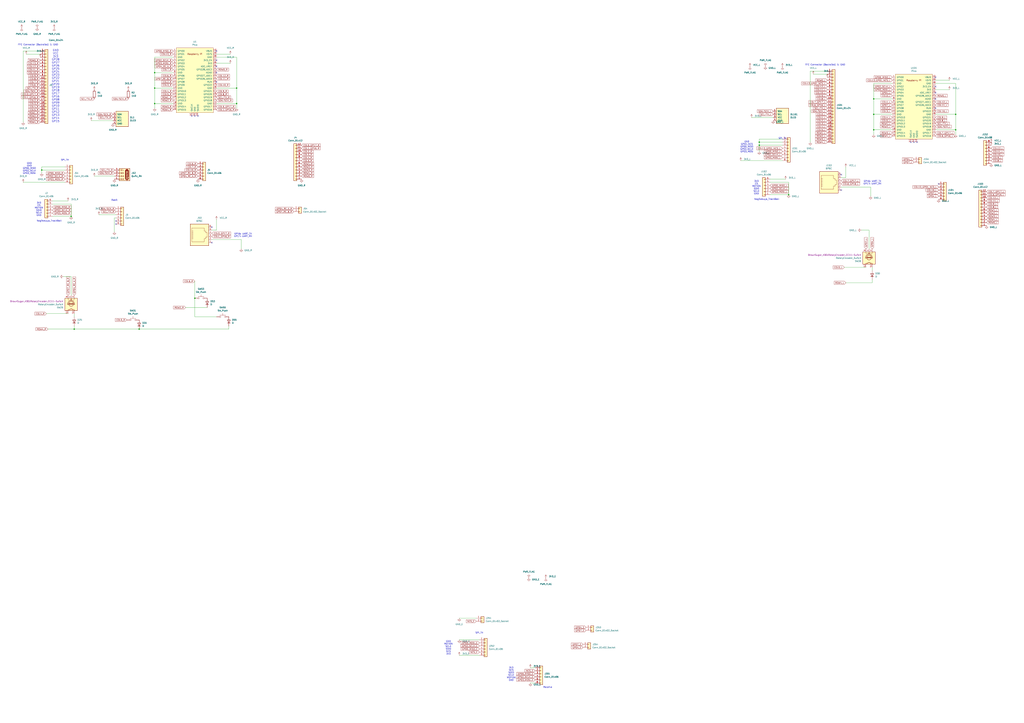
<source format=kicad_sch>
(kicad_sch (version 20250114) (generator "eeschema") (generator_version "9.0")
  (paper "A1")
  (text "SPI_TH" (at 642.62 113.792 0) (effects (font (size 1.27 1.27))))
  (text "Nogikesuya_TrackBall\n" (at 629.666 163.83 0) (effects (font (size 1.27 1.27))))
  (text "3V3\nNCS\nSDIO\nSCLK\nMOTION\nGND" (at 419.862 553.974 0) (effects (font (size 1.27 1.27))))
  (text "3V3\nCS\nMOTION\nSDIO\nSCLK\nGND" (at 621.284 154.178 0) (effects (font (size 1.27 1.27))))
  (text "GND\nGND\nGP00_MISO\nGP02_SCLK\nGP03_MOSI" (at 24.13 138.43 0) (effects (font (size 1.27 1.27))))
  (text "Rabit" (at 93.98 164.592 0) (effects (font (size 1.27 1.27))))
  (text "GND\nMOTION\nSCLK\nSDIO\nNCS\n3V3" (at 368.3 532.384 0) (effects (font (size 1.27 1.27))))
  (text "GND\nGP01_NCS\nGP00_MISO\nGP02_SCLK\nGP03_MOSI" (at 613.41 120.65 0) (effects (font (size 1.27 1.27))))
  (text "SPI_TH" (at 53.34 131.572 0) (effects (font (size 1.27 1.27))))
  (text "SPI_TH" (at 393.7 520.192 0) (effects (font (size 1.27 1.27))))
  (text "GP16: UART_TX\nGP17: UART_RX" (at 716.534 150.114 0) (effects (font (size 1.27 1.27))))
  (text "GP16: UART_TX\nGP17: UART_RX" (at 199.644 193.294 0) (effects (font (size 1.27 1.27))))
  (text "Receive" (at 449.834 564.896 0) (effects (font (size 1.27 1.27))))
  (text "FFC Connector (Backside) １: GND" (at 677.672 53.34 0) (effects (font (size 1.27 1.27))))
  (text "Nogikesuya_TrackBall\n" (at 40.386 181.61 0) (effects (font (size 1.27 1.27))))
  (text "3V3\nCS\nMOTION\nSDIO\nSCLK\nGND" (at 32.004 171.958 0) (effects (font (size 1.27 1.27))))
  (text "FFC Connector (Backside) １: GND" (at 31.242 36.83 0) (effects (font (size 1.27 1.27))))
  (text "GND\nVCC\n3V3\nGP28\nGP27\nGP26\nGP25\nGP24\nGP23\nGP22\nGP21\nGP20\nGP19\nGP18\nGP17\nGP16\nGP08\nGP09\nGP10\nGP11\nGP12\nGP13\nGP14\nGP15\n" (at 45.72 70.612 0) (effects (font (size 1.5748 1.5748))))
  (junction (at 717.55 106.68))
  (junction (at 60.96 270.51))
  (junction (at 784.86 93.98))
  (junction (at 127 72.39))
  (junction (at 478.79 621.03))
  (junction (at 472.44 633.73))
  (junction (at 58.42 177.8))
  (junction (at 623.57 116.84))
  (junction (at 194.31 72.39))
  (junction (at 717.55 93.98))
  (junction (at 410.21 627.38))
  (junction (at 647.7 160.02))
  (junction (at 396.24 652.78))
  (junction (at 34.29 139.7))
  (junction (at 453.39 621.03))
  (junction (at 114.3 270.51))
  (junction (at 312.42 624.84))
  (junction (at 623.57 119.38))
  (junction (at 160.02 245.11))
  (junction (at 447.04 621.03))
  (junction (at 314.96 638.81))
  (junction (at 382.27 609.6))
  (junction (at 402.59 617.22))
  (junction (at 194.31 85.09))
  (junction (at 127 59.69))
  (junction (at 127 85.09))
  (junction (at 466.09 633.73))
  (junction (at 389.89 643.89))
  (junction (at 717.55 81.28))
  (junction (at 397.51 614.68))
  (junction (at 784.86 106.68))
  (no_connect (at 162.56 95.25))
  (no_connect (at 768.35 81.28))
  (no_connect (at 768.35 63.5))
  (no_connect (at 770.89 151.13))
  (no_connect (at 177.8 67.31))
  (no_connect (at 768.35 88.9))
  (no_connect (at 177.8 41.91))
  (no_connect (at 748.03 116.84))
  (no_connect (at 95.25 181.61))
  (no_connect (at 753.11 116.84))
  (no_connect (at 690.88 156.21))
  (no_connect (at 173.99 186.69))
  (no_connect (at 177.8 49.53))
  (no_connect (at 768.35 71.12))
  (no_connect (at 750.57 116.84))
  (no_connect (at 160.02 95.25))
  (no_connect (at 157.48 95.25))
  (no_connect (at 173.99 199.39))
  (no_connect (at 768.35 76.2))
  (no_connect (at 95.25 184.15))
  (no_connect (at 177.8 59.69))
  (no_connect (at 177.8 54.61))
  (no_connect (at 690.88 143.51))
  (wire (pts (xy 43.18 167.64) (xy 58.42 167.64)))
  (wire (pts (xy 642.62 119.38) (xy 623.57 119.38)))
  (wire (pts (xy 478.79 629.92) (xy 478.79 633.73)))
  (wire (pts (xy 386.08 636.27) (xy 379.73 636.27)))
  (wire (pts (xy 647.7 160.02) (xy 632.46 160.02)))
  (wire (pts (xy 478.79 621.03) (xy 478.79 624.84)))
  (wire (pts (xy 400.05 626.11) (xy 400.05 627.38)))
  (wire (pts (xy 665.48 58.42) (xy 665.48 116.84)))
  (wire (pts (xy 717.55 106.68) (xy 732.79 106.68)))
  (wire (pts (xy 341.63 609.6) (xy 382.27 609.6)))
  (wire (pts (xy 379.73 633.73) (xy 402.59 633.73)))
  (wire (pts (xy 142.24 46.99) (xy 127 46.99)))
  (wire (pts (xy 19.05 149.86) (xy 53.34 149.86)))
  (wire (pts (xy 447.04 633.73) (xy 466.09 633.73)))
  (wire (pts (xy 768.35 68.58) (xy 784.86 68.58)))
  (wire (pts (xy 466.09 633.73) (xy 466.09 631.19)))
  (wire (pts (xy 402.59 652.78) (xy 402.59 648.97)))
  (wire (pts (xy 693.42 219.71) (xy 711.2 219.71)))
  (wire (pts (xy 194.31 46.99) (xy 194.31 72.39)))
  (wire (pts (xy 177.8 85.09) (xy 194.31 85.09)))
  (wire (pts (xy 114.3 270.51) (xy 187.96 270.51)))
  (wire (pts (xy 127 85.09) (xy 142.24 85.09)))
  (wire (pts (xy 768.35 93.98) (xy 784.86 93.98)))
  (wire (pts (xy 623.57 114.3) (xy 623.57 116.84)))
  (wire (pts (xy 386.08 640.08) (xy 386.08 636.27)))
  (wire (pts (xy 716.28 229.87) (xy 716.28 232.41)))
  (wire (pts (xy 60.96 257.81) (xy 60.96 260.35)))
  (wire (pts (xy 400.05 617.22) (xy 400.05 621.03)))
  (wire (pts (xy 60.96 270.51) (xy 114.3 270.51)))
  (wire (pts (xy 173.99 196.85) (xy 198.12 196.85)))
  (wire (pts (xy 397.51 612.14) (xy 397.51 614.68)))
  (wire (pts (xy 717.55 93.98) (xy 717.55 106.68)))
  (wire (pts (xy 341.63 626.11) (xy 341.63 609.6)))
  (wire (pts (xy 81.28 176.53) (xy 95.25 176.53)))
  (wire (pts (xy 58.42 227.33) (xy 52.07 227.33)))
  (wire (pts (xy 410.21 618.49) (xy 410.21 617.22)))
  (wire (pts (xy 466.09 633.73) (xy 472.44 633.73)))
  (wire (pts (xy 194.31 88.9) (xy 194.31 85.09)))
  (wire (pts (xy 189.23 52.07) (xy 177.8 52.07)))
  (wire (pts (xy 389.89 643.89) (xy 389.89 646.43)))
  (wire (pts (xy 160.02 231.14) (xy 160.02 245.11)))
  (wire (pts (xy 453.39 621.03) (xy 447.04 621.03)))
  (wire (pts (xy 447.04 629.92) (xy 447.04 633.73)))
  (wire (pts (xy 379.73 631.19) (xy 394.97 631.19)))
  (wire (pts (xy 402.59 640.08) (xy 402.59 638.81)))
  (wire (pts (xy 377.19 538.48) (xy 393.7 538.48)))
  (wire (pts (xy 389.89 643.89) (xy 402.59 643.89)))
  (wire (pts (xy 194.31 72.39) (xy 194.31 85.09)))
  (wire (pts (xy 177.8 260.35) (xy 160.02 260.35)))
  (wire (pts (xy 152.4 252.73) (xy 170.18 252.73)))
  (wire (pts (xy 389.89 652.78) (xy 396.24 652.78)))
  (wire (pts (xy 325.12 641.35) (xy 321.31 641.35)))
  (wire (pts (xy 623.57 116.84) (xy 623.57 119.38)))
  (wire (pts (xy 39.37 270.51) (xy 60.96 270.51)))
  (wire (pts (xy 623.57 119.38) (xy 623.57 124.46)))
  (wire (pts (xy 679.45 58.42) (xy 665.48 58.42)))
  (wire (pts (xy 396.24 652.78) (xy 396.24 654.05)))
  (wire (pts (xy 435.61 561.34) (xy 439.42 561.34)))
  (wire (pts (xy 642.62 116.84) (xy 623.57 116.84)))
  (wire (pts (xy 717.55 81.28) (xy 717.55 93.98)))
  (wire (pts (xy 396.24 652.78) (xy 402.59 652.78)))
  (wire (pts (xy 34.29 137.16) (xy 34.29 139.7)))
  (wire (pts (xy 19.05 41.91) (xy 19.05 100.33)))
  (wire (pts (xy 187.96 270.51) (xy 187.96 267.97)))
  (wire (pts (xy 410.21 627.38) (xy 419.1 627.38)))
  (wire (pts (xy 60.96 267.97) (xy 60.96 270.51)))
  (wire (pts (xy 400.05 627.38) (xy 410.21 627.38)))
  (wire (pts (xy 473.71 621.03) (xy 478.79 621.03)))
  (wire (pts (xy 478.79 621.03) (xy 485.14 621.03)))
  (wire (pts (xy 312.42 638.81) (xy 314.96 638.81)))
  (wire (pts (xy 784.86 93.98) (xy 784.86 106.68)))
  (wire (pts (xy 382.27 638.81) (xy 382.27 648.97)))
  (wire (pts (xy 779.78 73.66) (xy 768.35 73.66)))
  (wire (pts (xy 177.8 46.99) (xy 194.31 46.99)))
  (wire (pts (xy 177.8 189.23) (xy 173.99 189.23)))
  (wire (pts (xy 713.74 189.23) (xy 707.39 189.23)))
  (wire (pts (xy 379.73 638.81) (xy 382.27 638.81)))
  (wire (pts (xy 127 46.99) (xy 127 59.69)))
  (wire (pts (xy 314.96 647.7) (xy 314.96 651.51)))
  (wire (pts (xy 198.12 196.85) (xy 198.12 204.47)))
  (wire (pts (xy 332.74 641.35) (xy 341.63 641.35)))
  (wire (pts (xy 439.42 548.64) (xy 435.61 548.64)))
  (wire (pts (xy 379.73 643.89) (xy 389.89 643.89)))
  (wire (pts (xy 34.29 139.7) (xy 53.34 139.7)))
  (wire (pts (xy 382.27 626.11) (xy 382.27 628.65)))
  (wire (pts (xy 127 72.39) (xy 127 85.09)))
  (wire (pts (xy 694.69 137.16) (xy 694.69 146.05)))
  (wire (pts (xy 312.42 612.14) (xy 312.42 624.84)))
  (wire (pts (xy 402.59 617.22) (xy 410.21 617.22)))
  (wire (pts (xy 77.47 144.78) (xy 93.98 144.78)))
  (wire (pts (xy 419.1 629.92) (xy 419.1 627.38)))
  (wire (pts (xy 74.93 99.06) (xy 92.71 99.06)))
  (wire (pts (xy 608.33 132.08) (xy 642.62 132.08)))
  (wire (pts (xy 394.97 614.68) (xy 397.51 614.68)))
  (wire (pts (xy 447.04 621.03) (xy 447.04 624.84)))
  (wire (pts (xy 314.96 638.81) (xy 341.63 638.81)))
  (wire (pts (xy 58.42 177.8) (xy 43.18 177.8)))
  (wire (pts (xy 717.55 93.98) (xy 732.79 93.98)))
  (wire (pts (xy 21.59 44.45) (xy 33.02 44.45)))
  (wire (pts (xy 485.14 621.03) (xy 485.14 610.87)))
  (wire (pts (xy 379.73 626.11) (xy 382.27 626.11)))
  (wire (pts (xy 784.86 68.58) (xy 784.86 93.98)))
  (wire (pts (xy 377.19 525.78) (xy 393.7 525.78)))
  (wire (pts (xy 93.98 179.07) (xy 95.25 179.07)))
  (wire (pts (xy 717.55 81.28) (xy 732.79 81.28)))
  (wire (pts (xy 690.88 153.67) (xy 715.01 153.67)))
  (wire (pts (xy 632.46 147.32) (xy 645.16 147.32)))
  (wire (pts (xy 177.8 180.34) (xy 177.8 189.23)))
  (wire (pts (xy 779.78 66.04) (xy 768.35 66.04)))
  (wire (pts (xy 668.02 60.96) (xy 679.45 60.96)))
  (wire (pts (xy 382.27 609.6) (xy 391.16 609.6)))
  (wire (pts (xy 732.79 68.58) (xy 717.55 68.58)))
  (wire (pts (xy 93.98 190.5) (xy 93.98 179.07)))
  (wire (pts (xy 402.59 614.68) (xy 402.59 617.22)))
  (wire (pts (xy 189.23 44.45) (xy 177.8 44.45)))
  (wire (pts (xy 642.62 114.3) (xy 623.57 114.3)))
  (wire (pts (xy 382.27 609.6) (xy 382.27 612.14)))
  (wire (pts (xy 127 59.69) (xy 142.24 59.69)))
  (wire (pts (xy 397.51 614.68) (xy 402.59 614.68)))
  (wire (pts (xy 402.59 640.08) (xy 386.08 640.08)))
  (wire (pts (xy 127 72.39) (xy 142.24 72.39)))
  (wire (pts (xy 453.39 623.57) (xy 453.39 621.03)))
  (wire (pts (xy 177.8 72.39) (xy 194.31 72.39)))
  (wire (pts (xy 717.55 68.58) (xy 717.55 81.28)))
  (wire (pts (xy 617.22 96.52) (xy 635 96.52)))
  (wire (pts (xy 34.29 139.7) (xy 34.29 142.24)))
  (wire (pts (xy 402.59 617.22) (xy 400.05 617.22)))
  (wire (pts (xy 410.21 623.57) (xy 410.21 627.38)))
  (wire (pts (xy 632.46 149.86) (xy 647.7 149.86)))
  (wire (pts (xy 717.55 106.68) (xy 717.55 110.49)))
  (wire (pts (xy 394.97 631.19) (xy 394.97 614.68)))
  (wire (pts (xy 58.42 167.64) (xy 58.42 177.8)))
  (wire (pts (xy 694.69 146.05) (xy 690.88 146.05)))
  (wire (pts (xy 38.1 257.81) (xy 55.88 257.81)))
  (wire (pts (xy 713.74 204.47) (xy 713.74 189.23)))
  (wire (pts (xy 391.16 609.6) (xy 391.16 641.35)))
  (wire (pts (xy 458.47 621.03) (xy 453.39 621.03)))
  (wire (pts (xy 160.02 260.35) (xy 160.02 245.11)))
  (wire (pts (xy 314.96 638.81) (xy 314.96 642.62)))
  (wire (pts (xy 321.31 624.84) (xy 312.42 624.84)))
  (wire (pts (xy 43.18 165.1) (xy 55.88 165.1)))
  (wire (pts (xy 312.42 624.84) (xy 312.42 638.81)))
  (wire (pts (xy 377.19 508) (xy 391.16 508)))
  (wire (pts (xy 694.69 232.41) (xy 716.28 232.41)))
  (wire (pts (xy 478.79 633.73) (xy 472.44 633.73)))
  (wire (pts (xy 458.47 623.57) (xy 453.39 623.57)))
  (wire (pts (xy 768.35 106.68) (xy 784.86 106.68)))
  (wire (pts (xy 472.44 633.73) (xy 472.44 643.89)))
  (wire (pts (xy 440.69 621.03) (xy 440.69 610.87)))
  (wire (pts (xy 391.16 641.35) (xy 379.73 641.35)))
  (wire (pts (xy 715.01 153.67) (xy 715.01 161.29)))
  (wire (pts (xy 784.86 110.49) (xy 784.86 106.68)))
  (wire (pts (xy 647.7 149.86) (xy 647.7 160.02)))
  (wire (pts (xy 447.04 621.03) (xy 440.69 621.03)))
  (wire (pts (xy 382.27 628.65) (xy 379.73 628.65)))
  (wire (pts (xy 58.42 242.57) (xy 58.42 227.33)))
  (wire (pts (xy 33.02 41.91) (xy 19.05 41.91)))
  (wire (pts (xy 127 59.69) (xy 127 72.39)))
  (wire (pts (xy 321.31 641.35) (xy 321.31 624.84)))
  (wire (pts (xy 53.34 137.16) (xy 34.29 137.16)))
  (wire (pts (xy 716.28 219.71) (xy 716.28 222.25)))
  (wire (pts (xy 127 85.09) (xy 127 88.9)))
  (wire (pts (xy 389.89 651.51) (xy 389.89 652.78)))
  (global_label "SCL{slash}TX_R" (shape input) (at 177.8 80.01 0) (property "Intersheetrefs" "${INTERSHEET_REFS}" (effects (hide yes))))
  (global_label "GP07_L" (shape input) (at 750.57 133.35 180) (property "Intersheetrefs" "${INTERSHEET_REFS}" (effects (hide yes))))
  (global_label "ROW4_R" (shape input) (at 33.02 100.33 180) (property "Intersheetrefs" "${INTERSHEET_REFS}" (effects (hide yes))))
  (global_label "COL5_R" (shape input) (at 247.65 132.08 0) (property "Intersheetrefs" "${INTERSHEET_REFS}" (effects (hide yes))))
  (global_label "COL11_R" (shape input) (at 33.02 57.15 180) (property "Intersheetrefs" "${INTERSHEET_REFS}" (effects (hide yes))))
  (global_label "GP02_SCLK_R" (shape input) (at 142.24 49.53 180) (property "Intersheetrefs" "${INTERSHEET_REFS}" (effects (hide yes))))
  (global_label "COL7_R" (shape input) (at 162.56 137.16 180) (property "Intersheetrefs" "${INTERSHEET_REFS}" (effects (hide yes))))
  (global_label "COL1_GP16_R" (shape input) (at 247.65 121.92 0) (property "Intersheetrefs" "${INTERSHEET_REFS}" (effects (hide yes))))
  (global_label "ROW1_L" (shape input) (at 732.79 101.6 180) (property "Intersheetrefs" "${INTERSHEET_REFS}" (effects (hide yes))))
  (global_label "COL5_R" (shape input) (at 142.24 77.47 180) (property "Intersheetrefs" "${INTERSHEET_REFS}" (effects (hide yes))))
  (global_label "COL2_R" (shape input) (at 142.24 67.31 180) (property "Intersheetrefs" "${INTERSHEET_REFS}" (effects (hide yes))))
  (global_label "GP03_MOSI_L" (shape input) (at 732.79 73.66 180) (property "Intersheetrefs" "${INTERSHEET_REFS}" (effects (hide yes))))
  (global_label "COL5_R" (shape input) (at 104.14 262.89 180) (property "Intersheetrefs" "${INTERSHEET_REFS}" (effects (hide yes))))
  (global_label "SCL{slash}TX_R" (shape input) (at 33.02 72.39 180) (property "Intersheetrefs" "${INTERSHEET_REFS}" (effects (hide yes))))
  (global_label "COL3_R" (shape input) (at 247.65 127 0) (property "Intersheetrefs" "${INTERSHEET_REFS}" (effects (hide yes))))
  (global_label "GP02_SCLK_L" (shape input) (at 642.62 127 180) (property "Intersheetrefs" "${INTERSHEET_REFS}" (effects (hide yes))))
  (global_label "GP04_RE_A_R" (shape input) (at 142.24 54.61 180) (property "Intersheetrefs" "${INTERSHEET_REFS}" (effects (hide yes))))
  (global_label "ROW0_R" (shape input) (at 177.8 57.15 0) (property "Intersheetrefs" "${INTERSHEET_REFS}" (effects (hide yes))))
  (global_label "ROW3_R" (shape input) (at 33.02 97.79 180) (property "Intersheetrefs" "${INTERSHEET_REFS}" (effects (hide yes))))
  (global_label "COL5_R" (shape input) (at 33.02 90.17 180) (property "Intersheetrefs" "${INTERSHEET_REFS}" (effects (hide yes))))
  (global_label "COL6_GP16_L" (shape input) (at 810.26 160.02 0) (property "Intersheetrefs" "${INTERSHEET_REFS}" (effects (hide yes))))
  (global_label "COL9_L" (shape input) (at 814.07 129.54 0) (property "Intersheetrefs" "${INTERSHEET_REFS}" (effects (hide yes))))
  (global_label "COL11_R" (shape input) (at 177.8 64.77 0) (property "Intersheetrefs" "${INTERSHEET_REFS}" (effects (hide yes))))
  (global_label "COL12_R" (shape input) (at 33.02 54.61 180) (property "Intersheetrefs" "${INTERSHEET_REFS}" (effects (hide yes))))
  (global_label "ROW4_L" (shape input) (at 679.45 116.84 180) (property "Intersheetrefs" "${INTERSHEET_REFS}" (effects (hide yes))))
  (global_label "SDA{slash}SCK_L" (shape input) (at 679.45 91.44 180) (property "Intersheetrefs" "${INTERSHEET_REFS}" (effects (hide yes))))
  (global_label "COL0_GP17_R" (shape input) (at 173.99 191.77 0) (property "Intersheetrefs" "${INTERSHEET_REFS}" (effects (hide yes))))
  (global_label "COL10_L" (shape input) (at 770.89 156.21 180) (property "Intersheetrefs" "${INTERSHEET_REFS}" (effects (hide yes))))
  (global_label "SDA{slash}SCK_L" (shape input) (at 635 91.44 180) (property "Intersheetrefs" "${INTERSHEET_REFS}" (effects (hide yes))))
  (global_label "ROW4_L" (shape input) (at 732.79 111.76 180) (property "Intersheetrefs" "${INTERSHEET_REFS}" (effects (hide yes))))
  (global_label "GP03_MOSI_R" (shape input) (at 43.18 175.26 0) (property "Intersheetrefs" "${INTERSHEET_REFS}" (effects (hide yes))))
  (global_label "ROW1_R" (shape input) (at 247.65 134.62 0) (property "Intersheetrefs" "${INTERSHEET_REFS}" (effects (hide yes))))
  (global_label "COL1_GP16_R" (shape input) (at 33.02 80.01 180) (property "Intersheetrefs" "${INTERSHEET_REFS}" (effects (hide yes))))
  (global_label "COL7_R" (shape input) (at 142.24 57.15 180) (property "Intersheetrefs" "${INTERSHEET_REFS}" (effects (hide yes))))
  (global_label "COL5_L" (shape input) (at 693.42 219.71 180) (property "Intersheetrefs" "${INTERSHEET_REFS}" (effects (hide yes))))
  (global_label "COL13_GP01_NCS_L" (shape input) (at 679.45 68.58 180) (property "Intersheetrefs" "${INTERSHEET_REFS}" (effects (hide yes))))
  (global_label "COL0_L" (shape input) (at 732.79 78.74 180) (property "Intersheetrefs" "${INTERSHEET_REFS}" (effects (hide yes))))
  (global_label "ROW0_L" (shape input) (at 768.35 78.74 0) (property "Intersheetrefs" "${INTERSHEET_REFS}" (effects (hide yes))))
  (global_label "SCL{slash}TX_R" (shape input) (at 77.47 81.28 180) (property "Intersheetrefs" "${INTERSHEET_REFS}" (effects (hide yes))))
  (global_label "COL11_L" (shape input) (at 768.35 86.36 0) (property "Intersheetrefs" "${INTERSHEET_REFS}" (effects (hide yes))))
  (global_label "GP02_SCLK_L" (shape input) (at 632.46 154.94 0) (property "Intersheetrefs" "${INTERSHEET_REFS}" (effects (hide yes))))
  (global_label "COL3_R" (shape input) (at 33.02 85.09 180) (property "Intersheetrefs" "${INTERSHEET_REFS}" (effects (hide yes))))
  (global_label "COL12_L" (shape input) (at 810.26 162.56 0) (property "Intersheetrefs" "${INTERSHEET_REFS}" (effects (hide yes))))
  (global_label "COL6_R" (shape input) (at 162.56 134.62 180) (property "Intersheetrefs" "${INTERSHEET_REFS}" (effects (hide yes))))
  (global_label "COL12_L" (shape input) (at 814.07 121.92 0) (property "Intersheetrefs" "${INTERSHEET_REFS}" (effects (hide yes))))
  (global_label "ROW4_R" (shape input) (at 39.37 270.51 180) (property "Intersheetrefs" "${INTERSHEET_REFS}" (effects (hide yes))))
  (global_label "GP07_RE_B_R" (shape input) (at 162.56 142.24 180) (property "Intersheetrefs" "${INTERSHEET_REFS}" (effects (hide yes))))
  (global_label "COL1_L" (shape input) (at 732.79 83.82 180) (property "Intersheetrefs" "${INTERSHEET_REFS}" (effects (hide yes))))
  (global_label "GP03_MOSI_E" (shape input) (at 439.42 558.8 180) (property "Intersheetrefs" "${INTERSHEET_REFS}" (effects (hide yes))))
  (global_label "GP00_MISO_L" (shape input) (at 642.62 124.46 180) (property "Intersheetrefs" "${INTERSHEET_REFS}" (effects (hide yes))))
  (global_label "COL12_R" (shape input) (at 177.8 62.23 0) (property "Intersheetrefs" "${INTERSHEET_REFS}" (effects (hide yes))))
  (global_label "SCL{slash}TX_L" (shape input) (at 768.35 101.6 0) (property "Intersheetrefs" "${INTERSHEET_REFS}" (effects (hide yes))))
  (global_label "ROW2_L" (shape input) (at 810.26 175.26 0) (property "Intersheetrefs" "${INTERSHEET_REFS}" (effects (hide yes))))
  (global_label "SDA{slash}SCK_R" (shape input) (at 33.02 74.93 180) (property "Intersheetrefs" "${INTERSHEET_REFS}" (effects (hide yes))))
  (global_label "ROW2_L" (shape input) (at 732.79 104.14 180) (property "Intersheetrefs" "${INTERSHEET_REFS}" (effects (hide yes))))
  (global_label "COL11_L" (shape input) (at 679.45 73.66 180) (property "Intersheetrefs" "${INTERSHEET_REFS}" (effects (hide yes))))
  (global_label "COL2_R" (shape input) (at 33.02 82.55 180) (property "Intersheetrefs" "${INTERSHEET_REFS}" (effects (hide yes))))
  (global_label "GP04_L" (shape input) (at 750.57 130.81 180) (property "Intersheetrefs" "${INTERSHEET_REFS}" (effects (hide yes))))
  (global_label "ROW1_L" (shape input) (at 679.45 109.22 180) (property "Intersheetrefs" "${INTERSHEET_REFS}" (effects (hide yes))))
  (global_label "COL11_L" (shape input) (at 810.26 165.1 0) (property "Intersheetrefs" "${INTERSHEET_REFS}" (effects (hide yes))))
  (global_label "ROW2_R" (shape input) (at 33.02 95.25 180) (property "Intersheetrefs" "${INTERSHEET_REFS}" (effects (hide yes))))
  (global_label "GP00_MISO_E" (shape input) (at 341.63 628.65 180) (property "Intersheetrefs" "${INTERSHEET_REFS}" (effects (hide yes))))
  (global_label "ROW4_L" (shape input) (at 810.26 180.34 0) (property "Intersheetrefs" "${INTERSHEET_REFS}" (effects (hide yes))))
  (global_label "COL0_GP17_R" (shape input) (at 247.65 119.38 0) (property "Intersheetrefs" "${INTERSHEET_REFS}" (effects (hide yes))))
  (global_label "COL0_L" (shape input) (at 679.45 93.98 180) (property "Intersheetrefs" "${INTERSHEET_REFS}" (effects (hide yes))))
  (global_label "NCS_E" (shape input) (at 393.7 535.94 180) (property "Intersheetrefs" "${INTERSHEET_REFS}" (effects (hide yes))))
  (global_label "COL0_GP17_R" (shape input) (at 33.02 77.47 180) (property "Intersheetrefs" "${INTERSHEET_REFS}" (effects (hide yes))))
  (global_label "COL8_L" (shape input) (at 810.26 170.18 0) (property "Intersheetrefs" "${INTERSHEET_REFS}" (effects (hide yes))))
  (global_label "ROW2_R" (shape input) (at 247.65 137.16 0) (property "Intersheetrefs" "${INTERSHEET_REFS}" (effects (hide yes))))
  (global_label "COL12_L" (shape input) (at 679.45 71.12 180) (property "Intersheetrefs" "${INTERSHEET_REFS}" (effects (hide yes))))
  (global_label "GP07_RE_B_R" (shape input) (at 142.24 64.77 180) (property "Intersheetrefs" "${INTERSHEET_REFS}" (effects (hide yes))))
  (global_label "ROW1_R" (shape input) (at 33.02 92.71 180) (property "Intersheetrefs" "${INTERSHEET_REFS}" (effects (hide yes))))
  (global_label "COL8_L" (shape input) (at 679.45 81.28 180) (property "Intersheetrefs" "${INTERSHEET_REFS}" (effects (hide yes))))
  (global_label "COL8_R" (shape input) (at 33.02 64.77 180) (property "Intersheetrefs" "${INTERSHEET_REFS}" (effects (hide yes))))
  (global_label "COL9_L" (shape input) (at 810.26 167.64 0) (property "Intersheetrefs" "${INTERSHEET_REFS}" (effects (hide yes))))
  (global_label "GP00_MISO_E" (shape input) (at 393.7 533.4 180) (property "Intersheetrefs" "${INTERSHEET_REFS}" (effects (hide yes))))
  (global_label "GP04_RE_A_R" (shape input) (at 162.56 144.78 180) (property "Intersheetrefs" "${INTERSHEET_REFS}" (effects (hide yes))))
  (global_label "ROW4_L" (shape input) (at 694.69 232.41 180) (property "Intersheetrefs" "${INTERSHEET_REFS}" (effects (hide yes))))
  (global_label "COL4_R" (shape input) (at 142.24 74.93 180) (property "Intersheetrefs" "${INTERSHEET_REFS}" (effects (hide yes))))
  (global_label "COL13_GP01_NCS_L" (shape input) (at 770.89 153.67 180) (property "Intersheetrefs" "${INTERSHEET_REFS}" (effects (hide yes))))
  (global_label "COL10_R" (shape input) (at 162.56 139.7 180) (property "Intersheetrefs" "${INTERSHEET_REFS}" (effects (hide yes))))
  (global_label "GP02_SCLK_E" (shape input) (at 393.7 530.86 180) (property "Intersheetrefs" "${INTERSHEET_REFS}" (effects (hide yes))))
  (global_label "GP07_L" (shape input) (at 732.79 86.36 180) (property "Intersheetrefs" "${INTERSHEET_REFS}" (effects (hide yes))))
  (global_label "COL12_L" (shape input) (at 768.35 83.82 0) (property "Intersheetrefs" "${INTERSHEET_REFS}" (effects (hide yes))))
  (global_label "SDA{slash}SCK_R" (shape input) (at 93.98 142.24 180) (property "Intersheetrefs" "${INTERSHEET_REFS}" (effects (hide yes))))
  (global_label "COL3_L" (shape input) (at 679.45 101.6 180) (property "Intersheetrefs" "${INTERSHEET_REFS}" (effects (hide yes))))
  (global_label "GP00_MISO_R" (shape input) (at 142.24 41.91 180) (property "Intersheetrefs" "${INTERSHEET_REFS}" (effects (hide yes))))
  (global_label "COL7_GP17_L" (shape input) (at 679.45 83.82 180) (property "Intersheetrefs" "${INTERSHEET_REFS}" (effects (hide yes))))
  (global_label "COL6_R" (shape input) (at 160.02 231.14 180) (property "Intersheetrefs" "${INTERSHEET_REFS}" (effects (hide yes))))
  (global_label "COL3_R" (shape input) (at 142.24 69.85 180) (property "Intersheetrefs" "${INTERSHEET_REFS}" (effects (hide yes))))
  (global_label "GP03_MOSI_E" (shape input) (at 341.63 643.89 180) (property "Intersheetrefs" "${INTERSHEET_REFS}" (effects (hide yes))))
  (global_label "COL10_L" (shape input) (at 814.07 127 0) (property "Intersheetrefs" "${INTERSHEET_REFS}" (effects (hide yes))))
  (global_label "GP04_L" (shape input) (at 770.89 161.29 180) (property "Intersheetrefs" "${INTERSHEET_REFS}" (effects (hide yes))))
  (global_label "GP00_MISO_R" (shape input) (at 43.18 170.18 0) (property "Intersheetrefs" "${INTERSHEET_REFS}" (effects (hide yes))))
  (global_label "COL13_R" (shape input) (at 33.02 52.07 180) (property "Intersheetrefs" "${INTERSHEET_REFS}" (effects (hide yes))))
  (global_label "ROW4_R" (shape input) (at 247.65 142.24 0) (property "Intersheetrefs" "${INTERSHEET_REFS}" (effects (hide yes))))
  (global_label "COL6_GP16_L" (shape input) (at 690.88 151.13 0) (property "Intersheetrefs" "${INTERSHEET_REFS}" (effects (hide yes))))
  (global_label "GP02_SCLK_R" (shape input) (at 43.18 172.72 0) (property "Intersheetrefs" "${INTERSHEET_REFS}" (effects (hide yes))))
  (global_label "COL1_GP16_R" (shape input) (at 173.99 194.31 0) (property "Intersheetrefs" "${INTERSHEET_REFS}" (effects (hide yes))))
  (global_label "COL7_GP17_L" (shape input) (at 768.35 109.22 0) (property "Intersheetrefs" "${INTERSHEET_REFS}" (effects (hide yes))))
  (global_label "COL8_R" (shape input) (at 177.8 77.47 0) (property "Intersheetrefs" "${INTERSHEET_REFS}" (effects (hide yes))))
  (global_label "GP03_MOSI_R" (shape input) (at 53.34 147.32 180) (property "Intersheetrefs" "${INTERSHEET_REFS}" (effects (hide yes))))
  (global_label "GP00_MISO_L" (shape input) (at 632.46 152.4 0) (property "Intersheetrefs" "${INTERSHEET_REFS}" (effects (hide yes))))
  (global_label "COL2_L" (shape input) (at 679.45 99.06 180) (property "Intersheetrefs" "${INTERSHEET_REFS}" (effects (hide yes))))
  (global_label "GP00_MISO_L" (shape input) (at 732.79 63.5 180) (property "Intersheetrefs" "${INTERSHEET_REFS}" (effects (hide yes))))
  (global_label "SCL{slash}TX_R" (shape input) (at 92.71 96.52 180) (property "Intersheetrefs" "${INTERSHEET_REFS}" (effects (hide yes))))
  (global_label "ROW0_R" (shape input) (at 33.02 49.53 180) (property "Intersheetrefs" "${INTERSHEET_REFS}" (effects (hide yes))))
  (global_label "COL8_L" (shape input) (at 814.07 132.08 0) (property "Intersheetrefs" "${INTERSHEET_REFS}" (effects (hide yes))))
  (global_label "ROW2_L" (shape input) (at 679.45 111.76 180) (property "Intersheetrefs" "${INTERSHEET_REFS}" (effects (hide yes))))
  (global_label "COL10_R" (shape input) (at 177.8 69.85 0) (property "Intersheetrefs" "${INTERSHEET_REFS}" (effects (hide yes))))
  (global_label "COL13_GP01_NCS_L" (shape input) (at 642.62 121.92 180) (property "Intersheetrefs" "${INTERSHEET_REFS}" (effects (hide yes))))
  (global_label "COL9_L" (shape input) (at 679.45 78.74 180) (property "Intersheetrefs" "${INTERSHEET_REFS}" (effects (hide yes))))
  (global_label "GP03_MOSI_E" (shape input) (at 393.7 528.32 180) (property "Intersheetrefs" "${INTERSHEET_REFS}" (effects (hide yes))))
  (global_label "ROW2_R" (shape input) (at 142.24 82.55 180) (property "Intersheetrefs" "${INTERSHEET_REFS}" (effects (hide yes))))
  (global_label "GP04_L" (shape input) (at 732.79 76.2 180) (property "Intersheetrefs" "${INTERSHEET_REFS}" (effects (hide yes))))
  (global_label "COL7_GP17_L" (shape input) (at 810.26 157.48 0) (property "Intersheetrefs" "${INTERSHEET_REFS}" (effects (hide yes))))
  (global_label "COL8_L" (shape input) (at 768.35 99.06 0) (property "Intersheetrefs" "${INTERSHEET_REFS}" (effects (hide yes))))
  (global_label "COL13_GP01_NCS_L" (shape input) (at 732.79 66.04 180) (property "Intersheetrefs" "${INTERSHEET_REFS}" (effects (hide yes))))
  (global_label "SCL{slash}TX_L" (shape input) (at 635 93.98 180) (property "Intersheetrefs" "${INTERSHEET_REFS}" (effects (hide yes))))
  (global_label "ROW3_R" (shape input) (at 247.65 139.7 0) (property "Intersheetrefs" "${INTERSHEET_REFS}" (effects (hide yes))))
  (global_label "COL5_L" (shape input) (at 679.45 106.68 180) (property "Intersheetrefs" "${INTERSHEET_REFS}" (effects (hide yes))))
  (global_label "COL10_L" (shape input) (at 679.45 76.2 180) (property "Intersheetrefs" "${INTERSHEET_REFS}" (effects (hide yes))))
  (global_label "GP07_RE_B_R" (shape input) (at 241.3 173.99 180) (property "Intersheetrefs" "${INTERSHEET_REFS}" (effects (hide yes))))
  (global_label "COL2_L" (shape input) (at 732.79 88.9 180) (property "Intersheetrefs" "${INTERSHEET_REFS}" (effects (hide yes))))
  (global_label "ROW1_L" (shape input) (at 810.26 172.72 0) (property "Intersheetrefs" "${INTERSHEET_REFS}" (effects (hide yes))))
  (global_label "ROW0_L" (shape input) (at 810.26 182.88 0) (property "Intersheetrefs" "${INTERSHEET_REFS}" (effects (hide yes))))
  (global_label "COL7_R" (shape input) (at 33.02 67.31 180) (property "Intersheetrefs" "${INTERSHEET_REFS}" (effects (hide yes))))
  (global_label "GP04_E" (shape input) (at 481.33 515.62 180) (property "Intersheetrefs" "${INTERSHEET_REFS}" (effects (hide yes))))
  (global_label "COL4_L" (shape input) (at 732.79 96.52 180) (property "Intersheetrefs" "${INTERSHEET_REFS}" (effects (hide yes))))
  (global_label "ROW3_L" (shape input) (at 732.79 109.22 180) (property "Intersheetrefs" "${INTERSHEET_REFS}" (effects (hide yes))))
  (global_label "COL2_R" (shape input) (at 247.65 124.46 0) (property "Intersheetrefs" "${INTERSHEET_REFS}" (effects (hide yes))))
  (global_label "COL10_L" (shape input) (at 768.35 91.44 0) (property "Intersheetrefs" "${INTERSHEET_REFS}" (effects (hide yes))))
  (global_label "COL4_R" (shape input) (at 33.02 87.63 180) (property "Intersheetrefs" "${INTERSHEET_REFS}" (effects (hide yes))))
  (global_label "GP02_SCLK_E" (shape input) (at 341.63 631.19 180) (property "Intersheetrefs" "${INTERSHEET_REFS}" (effects (hide yes))))
  (global_label "NCS_E" (shape input) (at 341.63 636.27 180) (property "Intersheetrefs" "${INTERSHEET_REFS}" (effects (hide yes))))
  (global_label "COL0_GP17_R" (shape input) (at 177.8 87.63 0) (property "Intersheetrefs" "${INTERSHEET_REFS}" (effects (hide yes))))
  (global_label "GP03_MOSI_R" (shape input) (at 142.24 52.07 180) (property "Intersheetrefs" "${INTERSHEET_REFS}" (effects (hide yes))))
  (global_label "GP04_E" (shape input) (at 478.79 532.13 180) (property "Intersheetrefs" "${INTERSHEET_REFS}" (effects (hide yes))))
  (global_label "NCS_E" (shape input) (at 439.42 551.18 180) (property "Intersheetrefs" "${INTERSHEET_REFS}" (effects (hide yes))))
  (global_label "GP02_SCLK_R" (shape input) (at 53.34 144.78 180) (property "Intersheetrefs" "${INTERSHEET_REFS}" (effects (hide yes))))
  (global_label "COL1_L" (shape input) (at 679.45 96.52 180) (property "Intersheetrefs" "${INTERSHEET_REFS}" (effects (hide yes))))
  (global_label "GP04_RE_A_R" (shape input) (at 60.96 242.57 90) (property "Intersheetrefs" "${INTERSHEET_REFS}" (effects (hide yes))))
  (global_label "COL1_GP16_R" (shape input) (at 177.8 90.17 0) (property "Intersheetrefs" "${INTERSHEET_REFS}" (effects (hide yes))))
  (global_label "SDA{slash}SCK_R" (shape input) (at 92.71 93.98 180) (property "Intersheetrefs" "${INTERSHEET_REFS}" (effects (hide yes))))
  (global_label "COL10_R" (shape input) (at 33.02 59.69 180) (property "Intersheetrefs" "${INTERSHEET_REFS}" (effects (hide yes))))
  (global_label "SDA{slash}SCK_R" (shape input) (at 95.25 171.45 180) (property "Intersheetrefs" "${INTERSHEET_REFS}" (effects (hide yes))))
  (global_label "COL6_GP16_L" (shape input) (at 679.45 86.36 180) (property "Intersheetrefs" "${INTERSHEET_REFS}" (effects (hide yes))))
  (global_label "GP02_SCLK_L" (shape input) (at 732.79 71.12 180) (property "Intersheetrefs" "${INTERSHEET_REFS}" (effects (hide yes))))
  (global_label "SCL{slash}TX_R" (shape input) (at 93.98 139.7 180) (property "Intersheetrefs" "${INTERSHEET_REFS}" (effects (hide yes))))
  (global_label "NCS_E" (shape input) (at 391.16 510.54 180) (property "Intersheetrefs" "${INTERSHEET_REFS}" (effects (hide yes))))
  (global_label "COL9_R" (shape input) (at 33.02 62.23 180) (property "Intersheetrefs" "${INTERSHEET_REFS}" (effects (hide yes))))
  (global_label "COL6_R" (shape input) (at 142.24 62.23 180) (property "Intersheetrefs" "${INTERSHEET_REFS}" (effects (hide yes))))
  (global_label "ROW3_R" (shape input) (at 142.24 87.63 180) (property "Intersheetrefs" "${INTERSHEET_REFS}" (effects (hide yes))))
  (global_label "COL4_L" (shape input) (at 679.45 104.14 180) (property "Intersheetrefs" "${INTERSHEET_REFS}" (effects (hide yes))))
  (global_label "COL4_R" (shape input) (at 247.65 129.54 0) (property "Intersheetrefs" "${INTERSHEET_REFS}" (effects (hide yes))))
  (global_label "GP04_L" (shape input) (at 716.28 204.47 90) (property "Intersheetrefs" "${INTERSHEET_REFS}" (effects (hide yes))))
  (global_label "GP07_L" (shape input) (at 711.2 204.47 90) (property "Intersheetrefs" "${INTERSHEET_REFS}" (effects (hide yes))))
  (global_label "GP07_E" (shape input) (at 481.33 518.16 180) (property "Intersheetrefs" "${INTERSHEET_REFS}" (effects (hide yes))))
  (global_label "SDA{slash}SCK_R" (shape input) (at 177.8 82.55 0) (property "Intersheetrefs" "${INTERSHEET_REFS}" (effects (hide yes))))
  (global_label "SDA{slash}SCK_L" (shape input) (at 768.35 104.14 0) (property "Intersheetrefs" "${INTERSHEET_REFS}" (effects (hide yes))))
  (global_label "COL13_R" (shape input) (at 142.24 44.45 180) (property "Intersheetrefs" "${INTERSHEET_REFS}" (effects (hide yes))))
  (global_label "ROW0_R" (shape input) (at 247.65 144.78 0) (property "Intersheetrefs" "${INTERSHEET_REFS}" (effects (hide yes))))
  (global_label "SCL{slash}TX_L" (shape input) (at 679.45 88.9 180) (property "Intersheetrefs" "${INTERSHEET_REFS}" (effects (hide yes))))
  (global_label "COL3_L" (shape input) (at 732.79 91.44 180) (property "Intersheetrefs" "${INTERSHEET_REFS}" (effects (hide yes))))
  (global_label "COL9_L" (shape input) (at 768.35 96.52 0) (property "Intersheetrefs" "${INTERSHEET_REFS}" (effects (hide yes))))
  (global_label "GP02_SCLK_E" (shape input) (at 439.42 556.26 180) (property "Intersheetrefs" "${INTERSHEET_REFS}" (effects (hide yes))))
  (global_label "COL9_R" (shape input) (at 177.8 74.93 0) (property "Intersheetrefs" "${INTERSHEET_REFS}" (effects (hide yes))))
  (global_label "COL11_L" (shape input) (at 814.07 124.46 0) (property "Intersheetrefs" "${INTERSHEET_REFS}" (effects (hide yes))))
  (global_label "GP07_RE_B_R" (shape input) (at 55.88 242.57 90) (property "Intersheetrefs" "${INTERSHEET_REFS}" (effects (hide yes))))
  (global_label "ROW0_L" (shape input) (at 679.45 66.04 180) (property "Intersheetrefs" "${INTERSHEET_REFS}" (effects (hide yes))))
  (global_label "GP07_L" (shape input) (at 770.89 158.75 180) (property "Intersheetrefs" "${INTERSHEET_REFS}" (effects (hide yes))))
  (global_label "GP07_E" (shape input) (at 478.79 529.59 180) (property "Intersheetrefs" "${INTERSHEET_REFS}" (effects (hide yes))))
  (global_label "COL4_R" (shape input) (at 38.1 257.81 180) (property "Intersheetrefs" "${INTERSHEET_REFS}" (effects (hide yes))))
  (global_label "ROW1_R" (shape input) (at 142.24 80.01 180) (property "Intersheetrefs" "${INTERSHEET_REFS}" (effects (hide yes))))
  (global_label "COL6_GP16_L" (shape input) (at 768.35 111.76 0) (property "Intersheetrefs" "${INTERSHEET_REFS}" (effects (hide yes))))
  (global_label "GP00_MISO_R" (shape input) (at 53.34 142.24 180) (property "Intersheetrefs" "${INTERSHEET_REFS}" (effects (hide yes))))
  (global_label "SDA{slash}SCK_R" (shape input) (at 105.41 81.28 180) (property "Intersheetrefs" "${INTERSHEET_REFS}" (effects (hide yes))))
  (global_label "ROW3_L" (shape input) (at 679.45 114.3 180) (property "Intersheetrefs" "${INTERSHEET_REFS}" (effects (hide yes))))
  (global_label "COL5_L" (shape input) (at 732.79 99.06 180) (property "Intersheetrefs" "${INTERSHEET_REFS}" (effects (hide yes))))
  (global_label "SCL{slash}TX_R" (shape input) (at 95.25 173.99 180) (property "Intersheetrefs" "${INTERSHEET_REFS}" (effects (hide yes))))
  (global_label "GP04_RE_A_R" (shape input) (at 241.3 171.45 180) (property "Intersheetrefs" "${INTERSHEET_REFS}" (effects (hide yes))))
  (global_label "ROW2_R" (shape input) (at 152.4 252.73 180) (property "Intersheetrefs" "${INTERSHEET_REFS}" (effects (hide yes))))
  (global_label "ROW4_R" (shape input) (at 142.24 90.17 180) (property "Intersheetrefs" "${INTERSHEET_REFS}" (effects (hide yes))))
  (global_label "COL7_GP17_L" (shape input) (at 690.88 148.59 0) (property "Intersheetrefs" "${INTERSHEET_REFS}" (effects (hide yes))))
  (global_label "GP03_MOSI_L" (shape input) (at 632.46 157.48 0) (property "Intersheetrefs" "${INTERSHEET_REFS}" (effects (hide yes))))
  (global_label "GP00_MISO_E" (shape input) (at 439.42 553.72 180) (property "Intersheetrefs" "${INTERSHEET_REFS}" (effects (hide yes))))
  (global_label "GP03_MOSI_L" (shape input) (at 642.62 129.54 180) (property "Intersheetrefs" "${INTERSHEET_REFS}" (effects (hide yes))))
  (global_label "COL6_R" (shape input) (at 33.02 69.85 180) (property "Intersheetrefs" "${INTERSHEET_REFS}" (effects (hide yes))))
  (global_label "ROW3_L" (shape input) (at 810.26 177.8 0) (property "Intersheetrefs" "${INTERSHEET_REFS}" (effects (hide yes))))
  (symbol (lib_id "power:GND") (at 194.31 88.9 0) (unit 1)
    (property "Reference" "#PWR010" (effects (hide yes)))
    (property "Value" "GND_R" (at 194.31 93.98 0))
    (property "Description" "Power symbol creates a global label with name \"GND\" , ground" (effects (hide yes)))
  )
  (symbol (lib_id "Connector_Generic:Conn_01x02") (at 755.65 130.81 0) (unit 1)
    (property "Reference" "J154" (at 758.19 130.8099 0) (effects (justify left)))
    (property "Value" "Conn_01x02_Socket" (at 758.19 133.3499 0) (effects (justify left)))
    (property "Footprint" "Connector_PinHeader_2.54mm:PinHeader_1x02_P2.54mm_Vertical" (effects (hide yes)))
    (property "Description" "Generic connector, single row, 01x02, script generated (kicad-library-utils/schlib/autogen/connector/)" (effects (hide yes)))
  )
  (symbol (lib_id "Connector_Generic:Conn_01x02") (at 246.38 171.45 0) (unit 1)
    (property "Reference" "J54" (at 248.92 171.4499 0) (effects (justify left)))
    (property "Value" "Conn_01x02_Socket" (at 248.92 173.9899 0) (effects (justify left)))
    (property "Footprint" "Connector_PinHeader_2.54mm:PinHeader_1x02_P2.54mm_Vertical" (effects (hide yes)))
    (property "Description" "Generic connector, single row, 01x02, script generated (kicad-library-utils/schlib/autogen/connector/)" (effects (hide yes)))
  )
  (symbol (lib_id "Connector_Generic:Conn_01x02") (at 486.41 515.62 0) (unit 1)
    (property "Reference" "J253" (at 488.95 515.6199 0) (effects (justify left)))
    (property "Value" "Conn_01x02_Socket" (at 488.95 518.1599 0) (effects (justify left)))
    (property "Footprint" "Connector_PinHeader_2.54mm:PinHeader_1x02_P2.54mm_Vertical" (effects (hide yes)))
    (property "Description" "Generic connector, single row, 01x02, script generated (kicad-library-utils/schlib/autogen/connector/)" (effects (hide yes)))
  )
  (symbol (lib_id "Device:C_Small") (at 478.79 627.38 0) (unit 1)
    (property "Reference" "C202" (at 481.33 626.1162 0) (effects (justify left)))
    (property "Value" "1uF" (at 481.33 628.6562 0) (effects (justify left)))
    (property "Footprint" "Capacitor_SMD:C_0805_2012Metric_Pad1.18x1.45mm_HandSolder" (effects (hide yes)))
    (property "Datasheet" "https://www.zaikostore.com/zaikostore/stockDetail?productIdOfHitotsukara=pr15192734&productName_forFind=MSASL219SB5105KTNA01+(LMK212BJ105KD-T)&typeStock_forFind=all" (effects (hide yes)))
    (property "Description" "Unpolarized capacitor, small symbol" (effects (hide yes)))
  )
  (symbol (lib_id "power:VCC") (at 668.02 60.96 0) (unit 1)
    (property "Reference" "#PWR042" (effects (hide yes)))
    (property "Value" "VCC_L" (at 668.02 55.88 0))
    (property "Description" "Power symbol creates a global label with name \"VCC\"" (effects (hide yes)))
  )
  (symbol (lib_id "power:GND") (at 93.98 147.32 0) (unit 1)
    (property "Reference" "#PWR07" (effects (hide yes)))
    (property "Value" "GND_R" (at 93.98 152.4 0))
    (property "Description" "Power symbol creates a global label with name \"GND\" , ground" (effects (hide yes)))
  )
  (symbol (lib_id "power:GND") (at 92.71 101.6 0) (unit 1)
    (property "Reference" "#PWR011" (effects (hide yes)))
    (property "Value" "GND_R" (at 92.71 106.68 0))
    (property "Description" "Power symbol creates a global label with name \"GND\" , ground" (effects (hide yes)))
  )
  (symbol (lib_id "power:GND") (at 127 88.9 0) (unit 1)
    (property "Reference" "#PWR021" (effects (hide yes)))
    (property "Value" "GND_R" (at 127 93.98 0))
    (property "Description" "Power symbol creates a global label with name \"GND\" , ground" (effects (hide yes)))
  )
  (symbol (lib_id "Device:C_Small") (at 314.96 645.16 0) (mirror y) (unit 1)
    (property "Reference" "C203" (at 312.42 643.8962 0) (effects (justify left)))
    (property "Value" "0.1uF X7R" (at 312.42 646.4362 0) (effects (justify left)))
    (property "Footprint" "Capacitor_SMD:C_0805_2012Metric_Pad1.18x1.45mm_HandSolder" (effects (hide yes)))
    (property "Datasheet" "https://www.zaikostore.com/zaikostore/stockDetail?productIdOfHitotsukara=pr18030662&productName_forFind=C0805C104J5RACAUTO&typeStock_forFind=all" (effects (hide yes)))
    (property "Description" "Unpolarized capacitor, small symbol" (effects (hide yes)))
  )
  (symbol (lib_id "Device:D") (at 716.28 226.06 90) (unit 1)
    (property "Reference" "D30" (at 718.82 224.7899 90) (effects (justify right)))
    (property "Value" "D" (at 718.82 227.3299 90) (effects (justify right)))
    (property "Footprint" "kbd_Parts:Diode_SMD" (effects (hide yes)))
    (property "Description" "Diode" (effects (hide yes)))
    (property "Sim.Device" "D" (effects (hide yes)))
    (property "Sim.Pins" "1=K 2=A" (effects (hide yes)))
  )
  (symbol (lib_id "power:VCC") (at 779.78 73.66 0) (unit 1)
    (property "Reference" "#PWR047" (effects (hide yes)))
    (property "Value" "3V3_L" (at 782.32 72.3899 0) (effects (justify left)))
    (property "Description" "Power symbol creates a global label with name \"VCC\"" (effects (hide yes)))
  )
  (symbol (lib_id "Regulator_Linear:TLV70019_SOT23-5") (at 466.09 623.57 0) (unit 1)
    (property "Reference" "U201" (at 466.09 614.68 0))
    (property "Value" "TLV70019DDCR" (at 466.09 617.22 0))
    (property "Footprint" "Package_TO_SOT_SMD:SOT-23-5_HandSoldering" (effects (hide yes)))
    (property "Datasheet" "http://www.ti.com/lit/ds/symlink/tlv700.pdf" (effects (hide yes)))
    (property "Description" "200mA Low Dropout Voltage Regulator, Fixed Output 1.9V, SOT-23-5" (effects (hide yes)))
  )
  (symbol (lib_id "power:GND") (at 314.96 651.51 0) (unit 1)
    (property "Reference" "#PWR052" (effects (hide yes)))
    (property "Value" "GND_E" (at 314.96 656.59 0))
    (property "Description" "Power symbol creates a global label with name \"GND\" , ground" (effects (hide yes)))
  )
  (symbol (lib_id "Connector_Generic:Conn_01x12") (at 242.57 134.62 180) (unit 1)
    (property "Reference" "J4" (at 242.57 113.03 0))
    (property "Value" "Conn_01x12" (at 242.57 115.57 0))
    (property "Footprint" "DreaM117er-keebLibrary:Hirose_FH12-12S-0.5SH_1x12-1MP_P0.50mm_Horizontal" (effects (hide yes)))
    (property "Description" "Generic connector, single row, 01x12, script generated (kicad-library-utils/schlib/autogen/connector/)" (effects (hide yes)))
  )
  (symbol (lib_id "Device:C_Small") (at 382.27 614.68 0) (mirror y) (unit 1)
    (property "Reference" "C204" (at 379.73 613.4162 0) (effects (justify left)))
    (property "Value" "0.01uF X7R" (at 379.73 615.9562 0) (effects (justify left)))
    (property "Footprint" "Capacitor_SMD:C_0805_2012Metric_Pad1.18x1.45mm_HandSolder" (effects (hide yes)))
    (property "Datasheet" "https://www.zaikostore.com/zaikostore/stockDetail?stockID=st39583481&productIdOfHitotsukara=pr13857527&qtyProductAll=3450.0" (effects (hide yes)))
    (property "Description" "Unpolarized capacitor, small symbol" (effects (hide yes)))
  )
  (symbol (lib_id "SparkFun-Connector:Qwiic_Right_Angle") (at 99.06 142.24 0) (unit 1)
    (property "Reference" "J52" (at 107.95 142.2399 0) (effects (justify left)))
    (property "Value" "Qwiic_RA" (at 107.95 144.7799 0) (effects (justify left)))
    (property "Footprint" "SparkFun-Connector:JST_SMD_1.0mm-4_Black" (effects (hide yes)))
    (property "Datasheet" "https://www.jst-mfg.com/product/pdf/eng/eSH.pdf" (effects (hide yes)))
    (property "Description" "4 pin JST 1mm polarized connector for I2C" (effects (hide yes)))
    (property "PROD_ID" "CONN-13694" (effects (hide yes)))
  )
  (symbol (lib_id "Connector_Generic:Conn_01x06") (at 627.38 154.94 180) (unit 1)
    (property "Reference" "J102" (at 627.38 140.97 0))
    (property "Value" "Conn_01x06" (at 627.38 143.51 0))
    (property "Footprint" "Connector_FFC-FPC:Hirose_FH12-6S-0.5SH_1x06-1MP_P0.50mm_Horizontal" (effects (hide yes)))
    (property "Description" "Generic connector, single row, 01x06, script generated (kicad-library-utils/schlib/autogen/connector/)" (effects (hide yes)))
  )
  (symbol (lib_id "Connector_Generic:Conn_01x06") (at 38.1 172.72 180) (unit 1)
    (property "Reference" "J2" (at 38.1 158.75 0))
    (property "Value" "Conn_01x06" (at 38.1 161.29 0))
    (property "Footprint" "Connector_FFC-FPC:Hirose_FH12-6S-0.5SH_1x06-1MP_P0.50mm_Horizontal" (effects (hide yes)))
    (property "Description" "Generic connector, single row, 01x06, script generated (kicad-library-utils/schlib/autogen/connector/)" (effects (hide yes)))
  )
  (symbol (lib_id "power:VCC") (at 608.33 132.08 0) (unit 1)
    (property "Reference" "#PWR024" (effects (hide yes)))
    (property "Value" "3V3_L" (at 610.87 130.8099 0) (effects (justify left)))
    (property "Description" "Power symbol creates a global label with name \"VCC\"" (effects (hide yes)))
  )
  (symbol (lib_id "power:VCC") (at 77.47 144.78 0) (unit 1)
    (property "Reference" "#PWR018" (effects (hide yes)))
    (property "Value" "3V3_R" (at 77.47 139.7 0))
    (property "Description" "Power symbol creates a global label with name \"VCC\"" (effects (hide yes)))
  )
  (symbol (lib_id "power:GND") (at 434.34 474.98 0) (unit 1)
    (property "Reference" "#PWR063" (effects (hide yes)))
    (property "Value" "GND_E" (at 436.88 476.2499 0) (effects (justify left)))
    (property "Description" "Power symbol creates a global label with name \"GND\" , ground" (effects (hide yes)))
  )
  (symbol (lib_id "Device:R") (at 328.93 641.35 270) (mirror x) (unit 1)
    (property "Reference" "R201" (at 328.93 647.7 90))
    (property "Value" "10k" (at 328.93 645.16 90))
    (property "Footprint" "Resistor_SMD:R_0805_2012Metric_Pad1.20x1.40mm_HandSolder" (effects (hide yes)))
    (property "Datasheet" "https://www.zaikostore.com/zaikostore/stockDetail?stockID=st49073235&productIdOfHitotsukara=pr4066689&qtyProductAll=118737.0" (effects (hide yes)))
    (property "Description" "Resistor" (effects (hide yes)))
  )
  (symbol (lib_id "power:VCC") (at 55.88 165.1 0) (unit 1)
    (property "Reference" "#PWR027" (effects (hide yes)))
    (property "Value" "3V3_R" (at 58.42 163.8299 0) (effects (justify left)))
    (property "Description" "Power symbol creates a global label with name \"VCC\"" (effects (hide yes)))
  )
  (symbol (lib_id "power:GND") (at 377.19 525.78 0) (unit 1)
    (property "Reference" "#PWR054" (effects (hide yes)))
    (property "Value" "GND_E" (at 379.73 527.0499 0) (effects (justify left)))
    (property "Description" "Power symbol creates a global label with name \"GND\" , ground" (effects (hide yes)))
  )
  (symbol (lib_id "power:GND") (at 198.12 204.47 0) (unit 1)
    (property "Reference" "#PWR058" (effects (hide yes)))
    (property "Value" "GND_R" (at 200.66 205.7399 0) (effects (justify left)))
    (property "Description" "Power symbol creates a global label with name \"GND\" , ground" (effects (hide yes)))
  )
  (symbol (lib_id "power:GND") (at 30.48 22.86 0) (unit 1)
    (property "Reference" "#PWR06" (effects (hide yes)))
    (property "Value" "GND_R" (at 30.48 27.94 0))
    (property "Description" "Power symbol creates a global label with name \"GND\" , ground" (effects (hide yes)))
  )
  (symbol (lib_id "Switch:SW_Push") (at 165.1 245.11 0) (mirror y) (unit 1)
    (property "Reference" "SW53" (at 165.1 237.49 0))
    (property "Value" "SW_Push" (at 165.1 240.03 0))
    (property "Footprint" "Rikkodo_FootPrint:rkd_Asm_ChocV1V2_Hotswap_1u" (effects (hide yes)))
    (property "Description" "Push button switch, generic, two pins" (effects (hide yes)))
  )
  (symbol (lib_id "power:PWR_FLAG") (at 628.65 54.61 0) (unit 1)
    (property "Reference" "#FLG05" (effects (hide yes)))
    (property "Value" "PWR_FLAG" (at 628.65 49.53 0))
    (property "Description" "Special symbol for telling ERC where power comes from" (effects (hide yes)))
  )
  (symbol (lib_id "Device:D") (at 187.96 264.16 90) (unit 1)
    (property "Reference" "D55" (at 190.5 262.8899 90) (effects (justify right)))
    (property "Value" "D" (at 190.5 265.4299 90) (effects (justify right)))
    (property "Footprint" "kbd_Parts:Diode_SMD" (effects (hide yes)))
    (property "Description" "Diode" (effects (hide yes)))
    (property "Sim.Device" "D" (effects (hide yes)))
    (property "Sim.Pins" "1=K 2=A" (effects (hide yes)))
  )
  (symbol (lib_id "power:VCC") (at 17.78 22.86 0) (unit 1)
    (property "Reference" "#PWR05" (effects (hide yes)))
    (property "Value" "VCC_R" (at 17.78 17.78 0))
    (property "Description" "Power symbol creates a global label with name \"VCC\"" (effects (hide yes)))
  )
  (symbol (lib_id "Device:D") (at 114.3 266.7 90) (unit 1)
    (property "Reference" "D31" (at 116.84 265.4299 90) (effects (justify right)))
    (property "Value" "D" (at 116.84 267.9699 90) (effects (justify right)))
    (property "Footprint" "kbd_Parts:Diode_SMD" (effects (hide yes)))
    (property "Description" "Diode" (effects (hide yes)))
    (property "Sim.Device" "D" (effects (hide yes)))
    (property "Sim.Pins" "1=K 2=A" (effects (hide yes)))
  )
  (symbol (lib_id "power:GND") (at 382.27 617.22 0) (unit 1)
    (property "Reference" "#PWR056" (effects (hide yes)))
    (property "Value" "GND_E" (at 382.27 622.3 0))
    (property "Description" "Power symbol creates a global label with name \"GND\" , ground" (effects (hide yes)))
  )
  (symbol (lib_id "power:GND") (at 715.01 161.29 0) (unit 1)
    (property "Reference" "#PWR044" (effects (hide yes)))
    (property "Value" "GND_L" (at 717.55 162.5599 0) (effects (justify left)))
    (property "Description" "Power symbol creates a global label with name \"GND\" , ground" (effects (hide yes)))
  )
  (symbol (lib_id "power:PWR_FLAG") (at 615.95 54.61 180) (unit 1)
    (property "Reference" "#FLG04" (effects (hide yes)))
    (property "Value" "PWR_FLAG" (at 615.95 59.69 0))
    (property "Description" "Special symbol for telling ERC where power comes from" (effects (hide yes)))
  )
  (symbol (lib_id "power:VCC") (at 21.59 44.45 0) (unit 1)
    (property "Reference" "#PWR02" (effects (hide yes)))
    (property "Value" "VCC_R" (at 21.59 39.37 0))
    (property "Description" "Power symbol creates a global label with name \"VCC\"" (effects (hide yes)))
  )
  (symbol (lib_id "power:+1V8") (at 485.14 610.87 0) (unit 1)
    (property "Reference" "#PWR069" (effects (hide yes)))
    (property "Value" "1V9_E" (at 487.68 609.5999 0) (effects (justify left)))
    (property "Description" "Power symbol creates a global label with name \"+1V8\"" (effects (hide yes)))
  )
  (symbol (lib_id "Device:R") (at 105.41 77.47 0) (unit 1)
    (property "Reference" "R2" (at 107.95 76.2 0) (effects (justify left)))
    (property "Value" "1kΩ" (at 107.95 78.74 0) (effects (justify left)))
    (property "Footprint" "Resistor_SMD:R_0603_1608Metric" (effects (hide yes)))
  )
  (symbol (lib_id "Connector_Generic:Conn_01x06") (at 398.78 530.86 0) (unit 1)
    (property "Reference" "J252" (at 401.32 530.8599 0) (effects (justify left)))
    (property "Value" "Conn_01x06" (at 401.32 533.3999 0) (effects (justify left)))
    (property "Footprint" "Connector_PinHeader_2.54mm:PinHeader_1x06_P2.54mm_Vertical" (effects (hide yes)))
    (property "Description" "Generic connector, single row, 01x06, script generated (kicad-library-utils/schlib/autogen/connector/)" (effects (hide yes)))
  )
  (symbol (lib_id "Connector_Generic:Conn_01x02") (at 396.24 508 0) (unit 1)
    (property "Reference" "J251" (at 398.78 507.9999 0) (effects (justify left)))
    (property "Value" "Conn_01x02_Socket" (at 398.78 510.5399 0) (effects (justify left)))
    (property "Footprint" "Connector_PinHeader_2.54mm:PinHeader_1x02_P2.54mm_Vertical" (effects (hide yes)))
    (property "Description" "Generic connector, single row, 01x02, script generated (kicad-library-utils/schlib/autogen/connector/)" (effects (hide yes)))
  )
  (symbol (lib_id "Connector_Generic:Conn_01x06") (at 167.64 139.7 0) (unit 1)
    (property "Reference" "J5" (at 170.18 139.6999 0) (effects (justify left)))
    (property "Value" "Conn_01x06" (at 170.18 142.2399 0) (effects (justify left)))
    (property "Footprint" "DreaM117er-keebLibrary:Hirose_FH12-6S-0.5SH_1x06-1MP_P0.50mm_Horizontal" (effects (hide yes)))
  )
  (symbol (lib_id "power:VCC") (at 448.31 474.98 0) (unit 1)
    (property "Reference" "#PWR067" (effects (hide yes)))
    (property "Value" "3V3_E" (at 450.85 473.7099 0) (effects (justify left)))
    (property "Description" "Power symbol creates a global label with name \"VCC\"" (effects (hide yes)))
  )
  (symbol (lib_id "power:PWR_FLAG") (at 448.31 474.98 180) (unit 1)
    (property "Reference" "#FLG08" (effects (hide yes)))
    (property "Value" "PWR_FLAG" (at 448.31 480.06 0))
    (property "Description" "Special symbol for telling ERC where power comes from" (effects (hide yes)))
  )
  (symbol (lib_id "power:VCC") (at 377.19 538.48 0) (unit 1)
    (property "Reference" "#PWR055" (effects (hide yes)))
    (property "Value" "3V3_E" (at 379.73 537.2099 0) (effects (justify left)))
    (property "Description" "Power symbol creates a global label with name \"VCC\"" (effects (hide yes)))
  )
  (symbol (lib_id "Device:C_Small") (at 402.59 636.27 0) (unit 1)
    (property "Reference" "C207" (at 405.13 635.0062 0) (effects (justify left)))
    (property "Value" "0.1uF X7R" (at 405.13 637.5462 0) (effects (justify left)))
    (property "Footprint" "Capacitor_SMD:C_0805_2012Metric_Pad1.18x1.45mm_HandSolder" (effects (hide yes)))
    (property "Datasheet" "https://www.zaikostore.com/zaikostore/stockDetail?productIdOfHitotsukara=pr18030662&productName_forFind=C0805C104J5RACAUTO&typeStock_forFind=all" (effects (hide yes)))
    (property "Description" "Unpolarized capacitor, small symbol" (effects (hide yes)))
  )
  (symbol (lib_id "power:VCC") (at 615.95 54.61 0) (unit 1)
    (property "Reference" "#PWR0101" (effects (hide yes)))
    (property "Value" "VCC_L" (at 618.49 53.3399 0) (effects (justify left)))
    (property "Description" "Power symbol creates a global label with name \"VCC\"" (effects (hide yes)))
  )
  (symbol (lib_id "power:GND") (at 472.44 643.89 0) (unit 1)
    (property "Reference" "#PWR068" (effects (hide yes)))
    (property "Value" "GND_E" (at 472.44 648.97 0))
    (property "Description" "Power symbol creates a global label with name \"GND\" , ground" (effects (hide yes)))
  )
  (symbol (lib_id "power:GND") (at 623.57 124.46 0) (unit 1)
    (property "Reference" "#PWR028" (effects (hide yes)))
    (property "Value" "GND_L" (at 626.11 125.7299 0) (effects (justify left)))
    (property "Description" "Power symbol creates a global label with name \"GND\" , ground" (effects (hide yes)))
  )
  (symbol (lib_id "Connector_Generic:Conn_01x08") (at 808.99 127 180) (unit 1)
    (property "Reference" "J152" (at 808.99 110.49 0))
    (property "Value" "Conn_01x08" (at 808.99 113.03 0))
    (property "Footprint" "Connector_PinHeader_2.54mm:PinHeader_1x08_P2.54mm_Vertical" (effects (hide yes)))
    (property "Description" "Generic connector, single row, 01x08, script generated (kicad-library-utils/schlib/autogen/connector/)" (effects (hide yes)))
  )
  (symbol (lib_id "power:GND") (at 162.56 147.32 0) (unit 1)
    (property "Reference" "#PWR071" (effects (hide yes)))
    (property "Value" "GND_R" (at 162.56 152.4 0))
    (property "Description" "Power symbol creates a global label with name \"GND\" , ground" (effects (hide yes)))
  )
  (symbol (lib_id "power:GND") (at 58.42 177.8 0) (unit 1)
    (property "Reference" "#PWR025" (effects (hide yes)))
    (property "Value" "GND_R" (at 58.42 182.88 0))
    (property "Description" "Power symbol creates a global label with name \"GND\" , ground" (effects (hide yes)))
  )
  (symbol (lib_id "power:GND") (at 377.19 508 0) (unit 1)
    (property "Reference" "#PWR053" (effects (hide yes)))
    (property "Value" "GND_E" (at 377.19 513.08 0))
    (property "Description" "Power symbol creates a global label with name \"GND\" , ground" (effects (hide yes)))
  )
  (symbol (lib_id "power:GND") (at 635 99.06 0) (unit 1)
    (property "Reference" "#PWR037" (effects (hide yes)))
    (property "Value" "GND_L" (at 637.54 100.3299 0) (effects (justify left)))
    (property "Description" "Power symbol creates a global label with name \"GND\" , ground" (effects (hide yes)))
  )
  (symbol (lib_id "Connector_Generic:Conn_01x06") (at 100.33 176.53 0) (unit 1)
    (property "Reference" "J3" (at 102.87 176.5299 0) (effects (justify left)))
    (property "Value" "Conn_01x06" (at 102.87 179.0699 0) (effects (justify left)))
    (property "Footprint" "DreaM117er-keebLibrary:Hirose_FH12-6S-0.5SH_1x06-1MP_P0.50mm_Horizontal" (effects (hide yes)))
  )
  (symbol (lib_id "Device:C_Small") (at 447.04 627.38 0) (unit 1)
    (property "Reference" "C201" (at 449.58 626.1162 0) (effects (justify left)))
    (property "Value" "0.1uF X7R" (at 449.58 628.6562 0) (effects (justify left)))
    (property "Footprint" "Capacitor_SMD:C_0805_2012Metric_Pad1.18x1.45mm_HandSolder" (effects (hide yes)))
    (property "Datasheet" "https://www.zaikostore.com/zaikostore/stockDetail?productIdOfHitotsukara=pr18030662&productName_forFind=C0805C104J5RACAUTO&typeStock_forFind=all" (effects (hide yes)))
    (property "Description" "Unpolarized capacitor, small symbol" (effects (hide yes)))
  )
  (symbol (lib_id "Device:R") (at 77.47 77.47 0) (unit 1)
    (property "Reference" "R1" (at 80.01 76.2 0) (effects (justify left)))
    (property "Value" "1kΩ" (at 80.01 78.74 0) (effects (justify left)))
    (property "Footprint" "Resistor_SMD:R_0603_1608Metric" (effects (hide yes)))
  )
  (symbol (lib_id "power:VCC") (at 814.07 119.38 0) (unit 1)
    (property "Reference" "#PWR049" (effects (hide yes)))
    (property "Value" "3V3_L" (at 816.61 118.1099 0) (effects (justify left)))
    (property "Description" "Power symbol creates a global label with name \"VCC\"" (effects (hide yes)))
  )
  (symbol (lib_id "power:GND") (at 717.55 110.49 0) (unit 1)
    (property "Reference" "#PWR045" (effects (hide yes)))
    (property "Value" "GND_L" (at 720.09 111.7599 0) (effects (justify left)))
    (property "Description" "Power symbol creates a global label with name \"GND\" , ground" (effects (hide yes)))
  )
  (symbol (lib_id "Device:D") (at 170.18 248.92 90) (unit 1)
    (property "Reference" "D53" (at 172.72 247.6499 90) (effects (justify right)))
    (property "Value" "D" (at 172.72 250.1899 90) (effects (justify right)))
    (property "Footprint" "kbd_Parts:Diode_SMD" (effects (hide yes)))
    (property "Description" "Diode" (effects (hide yes)))
    (property "Sim.Device" "D" (effects (hide yes)))
    (property "Sim.Pins" "1=K 2=A" (effects (hide yes)))
  )
  (symbol (lib_id "power:GND") (at 647.7 160.02 0) (unit 1)
    (property "Reference" "#PWR031" (effects (hide yes)))
    (property "Value" "GND_L" (at 650.24 161.2899 0) (effects (justify left)))
    (property "Description" "Power symbol creates a global label with name \"GND\" , ground" (effects (hide yes)))
  )
  (symbol (lib_id "Connector_Generic:Conn_01x02") (at 483.87 529.59 0) (unit 1)
    (property "Reference" "J254" (at 486.41 529.5899 0) (effects (justify left)))
    (property "Value" "Conn_01x02_Socket" (at 486.41 532.1299 0) (effects (justify left)))
    (property "Footprint" "Connector_PinHeader_2.54mm:PinHeader_1x02_P2.54mm_Vertical" (effects (hide yes)))
    (property "Description" "Generic connector, single row, 01x02, script generated (kicad-library-utils/schlib/autogen/connector/)" (effects (hide yes)))
  )
  (symbol (lib_id "power:VCC") (at 779.78 66.04 0) (unit 1)
    (property "Reference" "#PWR046" (effects (hide yes)))
    (property "Value" "VCC_L" (at 782.32 64.7699 0) (effects (justify left)))
    (property "Description" "Power symbol creates a global label with name \"VCC\"" (effects (hide yes)))
  )
  (symbol (lib_id "power:PWR_FLAG") (at 17.78 22.86 180) (unit 1)
    (property "Reference" "#FLG01" (effects (hide yes)))
    (property "Value" "PWR_FLAG" (at 17.78 27.94 0))
    (property "Description" "Special symbol for telling ERC where power comes from" (effects (hide yes)))
  )
  (symbol (lib_id "Device:C_Small") (at 389.89 648.97 0) (unit 1)
    (property "Reference" "C205" (at 392.43 647.7062 0) (effects (justify left)))
    (property "Value" "10uF X7R" (at 392.43 650.2462 0) (effects (justify left)))
    (property "Footprint" "Capacitor_SMD:C_0805_2012Metric_Pad1.18x1.45mm_HandSolder" (effects (hide yes)))
    (property "Datasheet" "https://www.zaikostore.com/zaikostore/stockDetail?stockID=st47356945&productIdOfHitotsukara=pr15192624&qtyProductAll=8270.0" (effects (hide yes)))
    (property "Description" "Unpolarized capacitor, small symbol" (effects (hide yes)))
  )
  (symbol (lib_id "Connector_Generic:Conn_01x24") (at 684.53 86.36 0) (unit 1)
    (property "Reference" "J101" (at 687.07 86.3599 0) (effects (justify left)))
    (property "Value" "Conn_01x24" (at 687.07 88.8999 0) (effects (justify left)))
    (property "Footprint" "Connector_FFC-FPC:Hirose_FH12-24S-0.5SH_1x24-1MP_P0.50mm_Horizontal" (effects (hide yes)))
    (property "Description" "Generic connector, single row, 01x24, script generated (kicad-library-utils/schlib/autogen/connector/)" (effects (hide yes)))
  )
  (symbol (lib_id "power:PWR_FLAG") (at 434.34 474.98 0) (unit 1)
    (property "Reference" "#FLG07" (effects (hide yes)))
    (property "Value" "PWR_FLAG" (at 434.34 469.9 0))
    (property "Description" "Special symbol for telling ERC where power comes from" (effects (hide yes)))
  )
  (symbol (lib_id "Device:C_Small") (at 400.05 623.57 0) (unit 1)
    (property "Reference" "C206" (at 402.59 622.3062 0) (effects (justify left)))
    (property "Value" "0.1uF X7R" (at 402.59 624.8462 0) (effects (justify left)))
    (property "Footprint" "Capacitor_SMD:C_0805_2012Metric_Pad1.18x1.45mm_HandSolder" (effects (hide yes)))
    (property "Datasheet" "https://www.zaikostore.com/zaikostore/stockDetail?productIdOfHitotsukara=pr18030662&productName_forFind=C0805C104J5RACAUTO&typeStock_forFind=all" (effects (hide yes)))
    (property "Description" "Unpolarized capacitor, small symbol" (effects (hide yes)))
  )
  (symbol (lib_id "power:GND") (at 770.89 163.83 0) (unit 1)
    (property "Reference" "#PWR070" (effects (hide yes)))
    (property "Value" "GND_L" (at 773.43 165.0999 0) (effects (justify left)))
    (property "Description" "Power symbol creates a global label with name \"GND\" , ground" (effects (hide yes)))
  )
  (symbol (lib_id "power:PWR_FLAG") (at 30.48 22.86 0) (unit 1)
    (property "Reference" "#FLG02" (effects (hide yes)))
    (property "Value" "PWR_FLAG" (at 30.48 17.78 0))
    (property "Description" "Special symbol for telling ERC where power comes from" (effects (hide yes)))
  )
  (symbol (lib_id "power:PWR_FLAG") (at 642.62 54.61 180) (unit 1)
    (property "Reference" "#FLG06" (effects (hide yes)))
    (property "Value" "PWR_FLAG" (at 642.62 59.69 0))
    (property "Description" "Special symbol for telling ERC where power comes from" (effects (hide yes)))
  )
  (symbol (lib_id "power:GND") (at 396.24 654.05 0) (unit 1)
    (property "Reference" "#PWR060" (effects (hide yes)))
    (property "Value" "GND_E" (at 396.24 659.13 0))
    (property "Description" "Power symbol creates a global label with name \"GND\" , ground" (effects (hide yes)))
  )
  (symbol (lib_id "power:GND") (at 814.07 134.62 0) (unit 1)
    (property "Reference" "#PWR050" (effects (hide yes)))
    (property "Value" "GND_L" (at 816.61 135.8899 0) (effects (justify left)))
    (property "Description" "Power symbol creates a global label with name \"GND\" , ground" (effects (hide yes)))
  )
  (symbol (lib_id "power:GND") (at 52.07 227.33 270) (unit 1)
    (property "Reference" "#PWR04" (effects (hide yes)))
    (property "Value" "GND_R" (at 48.26 227.3299 90) (effects (justify right)))
    (property "Description" "Power symbol creates a global label with name \"GND\" , ground" (effects (hide yes)))
  )
  (symbol (lib_id "RPi_Pico:Pico") (at 160.02 66.04 0) (unit 1)
    (property "Reference" "U1" (at 160.02 34.29 0))
    (property "Value" "Pico" (at 160.02 36.83 0))
    (property "Footprint" "Rikkodo_FootPrint:rkd_RPi_Pico_TH_NODBG" (effects (hide yes)))
  )
  (symbol (lib_id "RPi_Pico:Pico") (at 750.57 87.63 0) (unit 1)
    (property "Reference" "U101" (at 750.57 55.88 0))
    (property "Value" "Pico" (at 750.57 58.42 0))
    (property "Footprint" "Rikkodo_FootPrint:rkd_RPi_Pico_TH_NODBG" (effects (hide yes)))
  )
  (symbol (lib_id "Connector_Generic:Conn_01x06") (at 444.5 553.72 0) (unit 1)
    (property "Reference" "J201" (at 447.04 553.7199 0) (effects (justify left)))
    (property "Value" "Conn_01x06" (at 447.04 556.2599 0) (effects (justify left)))
    (property "Footprint" "Connector_FFC-FPC:Hirose_FH12-6S-0.5SH_1x06-1MP_P0.50mm_Horizontal" (effects (hide yes)))
    (property "Description" "Generic connector, single row, 01x06, script generated (kicad-library-utils/schlib/autogen/connector/)" (effects (hide yes)))
  )
  (symbol (lib_id "power:VCC") (at 694.69 137.16 0) (unit 1)
    (property "Reference" "#PWR041" (effects (hide yes)))
    (property "Value" "VCC_L" (at 697.23 135.8899 0) (effects (justify left)))
    (property "Description" "Power symbol creates a global label with name \"VCC\"" (effects (hide yes)))
  )
  (symbol (lib_id "power:GND") (at 93.98 190.5 0) (unit 1)
    (property "Reference" "#PWR013" (effects (hide yes)))
    (property "Value" "GND_R" (at 93.98 195.58 0))
    (property "Description" "Power symbol creates a global label with name \"GND\" , ground" (effects (hide yes)))
  )
  (symbol (lib_id "power:GND") (at 419.1 629.92 0) (unit 1)
    (property "Reference" "#PWR062" (effects (hide yes)))
    (property "Value" "GND_E" (at 419.1 635 0))
    (property "Description" "Power symbol creates a global label with name \"GND\" , ground" (effects (hide yes)))
  )
  (symbol (lib_id "Device:D") (at 60.96 264.16 90) (unit 1)
    (property "Reference" "D25" (at 63.5 262.8899 90) (effects (justify right)))
    (property "Value" "D" (at 63.5 265.4299 90) (effects (justify right)))
    (property "Footprint" "kbd_Parts:Diode_SMD" (effects (hide yes)))
    (property "Description" "Diode" (effects (hide yes)))
    (property "Sim.Device" "D" (effects (hide yes)))
    (property "Sim.Pins" "1=K 2=A" (effects (hide yes)))
  )
  (symbol (lib_id "power:VCC") (at 645.16 147.32 0) (unit 1)
    (property "Reference" "#PWR030" (effects (hide yes)))
    (property "Value" "3V3_L" (at 647.7 146.0499 0) (effects (justify left)))
    (property "Description" "Power symbol creates a global label with name \"VCC\"" (effects (hide yes)))
  )
  (symbol (lib_id "power:VCC") (at 177.8 180.34 0) (unit 1)
    (property "Reference" "#PWR057" (effects (hide yes)))
    (property "Value" "VCC_R" (at 180.34 179.0699 0) (effects (justify left)))
    (property "Description" "Power symbol creates a global label with name \"VCC\"" (effects (hide yes)))
  )
  (symbol (lib_id "Connector_Generic:Conn_01x06") (at 58.42 142.24 0) (unit 1)
    (property "Reference" "J51" (at 60.96 142.2399 0) (effects (justify left)))
    (property "Value" "Conn_01x06" (at 60.96 144.7799 0) (effects (justify left)))
    (property "Footprint" "Connector_PinHeader_2.54mm:PinHeader_1x06_P2.54mm_Horizontal" (effects (hide yes)))
    (property "Description" "Generic connector, single row, 01x06, script generated (kicad-library-utils/schlib/autogen/connector/)" (effects (hide yes)))
  )
  (symbol (lib_id "Connector_Generic:Conn_01x08") (at 647.7 121.92 0) (unit 1)
    (property "Reference" "J151" (at 650.24 121.9199 0) (effects (justify left)))
    (property "Value" "Conn_01x06" (at 650.24 124.4599 0) (effects (justify left)))
    (property "Footprint" "Connector_PinHeader_2.54mm:PinHeader_1x08_P2.54mm_Vertical" (effects (hide yes)))
    (property "Description" "Generic connector, single row, 01x08, script generated (kicad-library-utils/schlib/autogen/connector/)" (effects (hide yes)))
  )
  (symbol (lib_id "power:VCC") (at 74.93 99.06 0) (unit 1)
    (property "Reference" "#PWR015" (effects (hide yes)))
    (property "Value" "3V3_R" (at 74.93 93.98 0))
    (property "Description" "Power symbol creates a global label with name \"VCC\"" (effects (hide yes)))
  )
  (symbol (lib_id "power:+3.3V") (at 440.69 610.87 0) (unit 1)
    (property "Reference" "#PWR066" (effects (hide yes)))
    (property "Value" "3V3_E" (at 443.23 609.5999 0) (effects (justify left)))
    (property "Description" "Power symbol creates a global label with name \"+3.3V\"" (effects (hide yes)))
  )
  (symbol (lib_id "power:GND") (at 628.65 54.61 0) (unit 1)
    (property "Reference" "#PWR026" (effects (hide yes)))
    (property "Value" "GND_L" (at 631.19 55.8799 0) (effects (justify left)))
    (property "Description" "Power symbol creates a global label with name \"GND\" , ground" (effects (hide yes)))
  )
  (symbol (lib_id "power:GND") (at 382.27 648.97 0) (unit 1)
    (property "Reference" "#PWR059" (effects (hide yes)))
    (property "Value" "GND_E" (at 382.27 654.05 0))
    (property "Description" "Power symbol creates a global label with name \"GND\" , ground" (effects (hide yes)))
  )
  (symbol (lib_id "power:VCC") (at 814.07 116.84 0) (unit 1)
    (property "Reference" "#PWR012" (effects (hide yes)))
    (property "Value" "VCC_L" (at 816.61 115.5699 0) (effects (justify left)))
    (property "Description" "Power symbol creates a global label with name \"VCC\"" (effects (hide yes)))
  )
  (symbol (lib_id "power:PWR_FLAG") (at 44.45 22.86 180) (unit 1)
    (property "Reference" "#FLG03" (effects (hide yes)))
    (property "Value" "PWR_FLAG" (at 44.45 27.94 0))
    (property "Description" "Special symbol for telling ERC where power comes from" (effects (hide yes)))
  )
  (symbol (lib_id "Device:C_Small") (at 410.21 621.03 0) (mirror y) (unit 1)
    (property "Reference" "C209" (at 412.75 619.7662 0) (effects (justify right)))
    (property "Value" "3.3uF/16V" (at 412.75 622.3062 0) (effects (justify right)))
    (property "Footprint" "Capacitor_SMD:C_0805_2012Metric_Pad1.18x1.45mm_HandSolder" (effects (hide yes)))
    (property "Datasheet" "https://www.zaikostore.com/zaikostore/stockDetail?productIdOfHitotsukara=pr7759198&productName_forFind=C2012X5R1C335K060AC&typeStock_forFind=all" (effects (hide yes)))
    (property "Description" "Unpolarized capacitor, small symbol" (effects (hide yes)))
  )
  (symbol (lib_id "seiboku-symbols:PMW3610-SUDU") (at 360.68 635 0) (unit 1)
    (property "Reference" "U202" (at 350.774 619.76 0))
    (property "Value" "PMW3610DM-SUDU" (at 360.68 650.24 0))
    (property "Footprint" "Rikkodo_FootPrint:PMW3610DM-SUDU" (effects (hide yes)))
  )
  (symbol (lib_id "power:+3.3V") (at 312.42 612.14 0) (unit 1)
    (property "Reference" "#PWR051" (effects (hide yes)))
    (property "Value" "3V3_E" (at 314.96 610.8699 0) (effects (justify left)))
    (property "Description" "Power symbol creates a global label with name \"+3.3V\"" (effects (hide yes)))
  )
  (symbol (lib_id "Connector_Generic:Conn_01x12") (at 805.18 172.72 180) (unit 1)
    (property "Reference" "J103" (at 805.18 151.13 0))
    (property "Value" "Conn_01x12" (at 805.18 153.67 0))
    (property "Footprint" "DreaM117er-keebLibrary:Hirose_FH12-12S-0.5SH_1x12-1MP_P0.50mm_Horizontal" (effects (hide yes)))
    (property "Description" "Generic connector, single row, 01x12, script generated (kicad-library-utils/schlib/autogen/connector/)" (effects (hide yes)))
  )
  (symbol (lib_id "power:VCC") (at 81.28 176.53 0) (unit 1)
    (property "Reference" "#PWR023" (effects (hide yes)))
    (property "Value" "3V3_R" (at 81.28 171.45 0))
    (property "Description" "Power symbol creates a global label with name \"VCC\"" (effects (hide yes)))
  )
  (symbol (lib_id "power:GND") (at 19.05 100.33 0) (unit 1)
    (property "Reference" "#PWR01" (effects (hide yes)))
    (property "Value" "GND_R" (at 19.05 105.41 0))
    (property "Description" "Power symbol creates a global label with name \"GND\" , ground" (effects (hide yes)))
  )
  (symbol (lib_id "power:VCC") (at 435.61 548.64 0) (unit 1)
    (property "Reference" "#PWR064" (effects (hide yes)))
    (property "Value" "3V3_E" (at 438.15 547.3699 0) (effects (justify left)))
    (property "Description" "Power symbol creates a global label with name \"VCC\"" (effects (hide yes)))
  )
  (symbol (lib_id "power:GND") (at 247.65 147.32 0) (unit 1)
    (property "Reference" "#PWR020" (effects (hide yes)))
    (property "Value" "GND_R" (at 247.65 152.4 0))
    (property "Description" "Power symbol creates a global label with name \"GND\" , ground" (effects (hide yes)))
  )
  (symbol (lib_id "power:GND") (at 810.26 185.42 0) (unit 1)
    (property "Reference" "#PWR072" (effects (hide yes)))
    (property "Value" "GND_L" (at 812.8 186.6899 0) (effects (justify left)))
    (property "Description" "Power symbol creates a global label with name \"GND\" , ground" (effects (hide yes)))
  )
  (symbol (lib_id "Device:C_Small") (at 402.59 646.43 0) (unit 1)
    (property "Reference" "C208" (at 405.13 645.1662 0) (effects (justify left)))
    (property "Value" "0.01uF X7R" (at 405.13 647.7062 0) (effects (justify left)))
    (property "Footprint" "Capacitor_SMD:C_0805_2012Metric_Pad1.18x1.45mm_HandSolder" (effects (hide yes)))
    (property "Datasheet" "https://www.zaikostore.com/zaikostore/stockDetail?stockID=st39583481&productIdOfHitotsukara=pr13857527&qtyProductAll=3450.0" (effects (hide yes)))
    (property "Description" "Unpolarized capacitor, small symbol" (effects (hide yes)))
  )
  (symbol (lib_id "Connector:6P6C") (at 163.83 194.31 0) (unit 1)
    (property "Reference" "J53" (at 163.83 179.07 0))
    (property "Value" "6P6C" (at 163.83 181.61 0))
    (property "Footprint" "Connector_RJ:RJ12_Amphenol_54601-x06_Horizontal" (effects (hide yes)))
    (property "Description" "RJ connector, 6P6C (6 positions 6 connected), RJ12/RJ18/RJ25" (effects (hide yes)))
  )
  (symbol (lib_id "Connector:6P6C") (at 680.72 151.13 0) (unit 1)
    (property "Reference" "J153" (at 680.72 135.89 0))
    (property "Value" "6P6C" (at 680.72 138.43 0))
    (property "Footprint" "Connector_RJ:RJ12_Amphenol_54601-x06_Horizontal" (effects (hide yes)))
    (property "Description" "RJ connector, 6P6C (6 positions 6 connected), RJ12/RJ18/RJ25" (effects (hide yes)))
  )
  (symbol (lib_id "Switch:SW_Push") (at 109.22 262.89 0) (mirror y) (unit 1)
    (property "Reference" "SW31" (at 109.22 255.27 0))
    (property "Value" "SW_Push" (at 109.22 257.81 0))
    (property "Footprint" "Rikkodo_FootPrint:rkd_Asm_ChocV1V2_Hotswap_1u" (effects (hide yes)))
    (property "Description" "Push button switch, generic, two pins" (effects (hide yes)))
  )
  (symbol (lib_id "power:VCC") (at 33.02 46.99 0) (unit 1)
    (property "Reference" "#PWR016" (effects (hide yes)))
    (property "Value" "3V3_R" (at 33.02 41.91 0))
    (property "Description" "Power symbol creates a global label with name \"VCC\"" (effects (hide yes)))
  )
  (symbol (lib_id "Connector_Generic:Conn_01x24") (at 38.1 69.85 0) (unit 1)
    (property "Reference" "J1" (at 40.64 69.8499 0) (effects (justify left)))
    (property "Value" "Conn_01x24" (at 40.132 33.02 0) (effects (justify left)))
    (property "Footprint" "Connector_FFC-FPC:Hirose_FH12-24S-0.5SH_1x24-1MP_P0.50mm_Horizontal" (effects (hide yes)))
    (property "Description" "Generic connector, single row, 01x24, script generated (kicad-library-utils/schlib/autogen/connector/)" (effects (hide yes)))
  )
  (symbol (lib_id "power:GND") (at 34.29 142.24 0) (unit 1)
    (property "Reference" "#PWR03" (effects (hide yes)))
    (property "Value" "GND_R" (at 34.29 147.32 0))
    (property "Description" "Power symbol creates a global label with name \"GND\" , ground" (effects (hide yes)))
  )
  (symbol (lib_id "Device:RotaryEncoder_Switch") (at 58.42 250.19 270) (unit 1)
    (property "Reference" "SW25" (at 52.07 252.7301 90) (effects (justify right)))
    (property "Value" "RotaryEncoder_Switch" (at 52.07 250.1901 90) (effects (justify right)))
    (property "Footprint" "BrownSugar_KBD:RotaryEncoder_EC11-Switch" (at 52.07 247.6501 90) (effects (justify right)))
    (property "Description" "Rotary encoder, dual channel, incremental quadrate outputs, with switch" (effects (hide yes)))
  )
  (symbol (lib_id "Connector_Generic:Conn_01x06") (at 775.97 156.21 0) (unit 1)
    (property "Reference" "J104" (at 778.51 156.2099 0) (effects (justify left)))
    (property "Value" "Conn_01x06" (at 778.51 158.7499 0) (effects (justify left)))
    (property "Footprint" "DreaM117er-keebLibrary:Hirose_FH12-6S-0.5SH_1x06-1MP_P0.50mm_Horizontal" (effects (hide yes)))
  )
  (symbol (lib_id "power:VCC") (at 617.22 96.52 0) (unit 1)
    (property "Reference" "#PWR032" (effects (hide yes)))
    (property "Value" "3V3_L" (at 619.76 95.2499 0) (effects (justify left)))
    (property "Description" "Power symbol creates a global label with name \"VCC\"" (effects (hide yes)))
  )
  (symbol (lib_id "power:VCC") (at 19.05 149.86 0) (unit 1)
    (property "Reference" "#PWR09" (effects (hide yes)))
    (property "Value" "3V3_R" (at 19.05 144.78 0))
    (property "Description" "Power symbol creates a global label with name \"VCC\"" (effects (hide yes)))
  )
  (symbol (lib_id "Device:RotaryEncoder_Switch") (at 713.74 212.09 270) (unit 1)
    (property "Reference" "SW30" (at 707.39 214.6301 90) (effects (justify right)))
    (property "Value" "RotaryEncoder_Switch" (at 707.39 212.0901 90) (effects (justify right)))
    (property "Footprint" "BrownSugar_KBD:RotaryEncoder_EC11-Switch" (at 707.39 209.5501 90) (effects (justify right)))
    (property "Description" "Rotary encoder, dual channel, incremental quadrate outputs, with switch" (effects (hide yes)))
  )
  (symbol (lib_id "power:VCC") (at 642.62 54.61 0) (unit 1)
    (property "Reference" "#PWR029" (effects (hide yes)))
    (property "Value" "3V3_L" (at 645.16 53.3399 0) (effects (justify left)))
    (property "Description" "Power symbol creates a global label with name \"VCC\"" (effects (hide yes)))
  )
  (symbol (lib_id "power:VCC") (at 44.45 22.86 0) (unit 1)
    (property "Reference" "#PWR014" (effects (hide yes)))
    (property "Value" "3V3_R" (at 44.45 17.78 0))
    (property "Description" "Power symbol creates a global label with name \"VCC\"" (effects (hide yes)))
  )
  (symbol (lib_id "power:+1V8") (at 397.51 612.14 0) (unit 1)
    (property "Reference" "#PWR061" (effects (hide yes)))
    (property "Value" "1V9_E" (at 400.05 610.8699 0) (effects (justify left)))
    (property "Description" "Power symbol creates a global label with name \"+1V8\"" (effects (hide yes)))
  )
  (symbol (lib_id "power:GND") (at 665.48 116.84 0) (unit 1)
    (property "Reference" "#PWR040" (effects (hide yes)))
    (property "Value" "GND_L" (at 665.48 121.92 0))
    (property "Description" "Power symbol creates a global label with name \"GND\" , ground" (effects (hide yes)))
  )
  (symbol (lib_id "BrownSugar_KBD:OLED") (at 100.33 97.79 0) (unit 1)
    (property "Reference" "OL1" (at 106.68 96.5199 0) (effects (justify left)))
    (property "Value" "OLED" (at 106.68 99.0599 0) (effects (justify left)))
    (property "Footprint" "BrownSugar_KBD:OLED_center_display" (effects (hide yes)))
  )
  (symbol (lib_id "BrownSugar_KBD:OLED") (at 642.62 95.25 0) (unit 1)
    (property "Reference" "OL101" (at 648.97 93.9799 0) (effects (justify left)))
    (property "Value" "OLED" (at 648.97 96.5199 0) (effects (justify left)))
    (property "Footprint" "BrownSugar_KBD:OLED_center_display" (effects (hide yes)))
  )
  (symbol (lib_id "power:GND") (at 707.39 189.23 270) (unit 1)
    (property "Reference" "#PWR033" (effects (hide yes)))
    (property "Value" "GND_L" (at 703.58 189.2299 90) (effects (justify right)))
    (property "Description" "Power symbol creates a global label with name \"GND\" , ground" (effects (hide yes)))
  )
  (symbol (lib_id "power:VCC") (at 189.23 52.07 0) (unit 1)
    (property "Reference" "#PWR017" (effects (hide yes)))
    (property "Value" "3V3_R" (at 189.23 46.99 0))
    (property "Description" "Power symbol creates a global label with name \"VCC\"" (effects (hide yes)))
  )
  (symbol (lib_id "Switch:SW_Push") (at 182.88 260.35 0) (mirror y) (unit 1)
    (property "Reference" "SW55" (at 182.88 252.73 0))
    (property "Value" "SW_Push" (at 182.88 255.27 0))
    (property "Footprint" "Rikkodo_FootPrint:rkd_Asm_ChocV1V2_Hotswap_1u" (effects (hide yes)))
    (property "Description" "Push button switch, generic, two pins" (effects (hide yes)))
  )
  (symbol (lib_id "power:GND") (at 784.86 110.49 0) (unit 1)
    (property "Reference" "#PWR048" (effects (hide yes)))
    (property "Value" "GND_L" (at 787.4 111.7599 0) (effects (justify left)))
    (property "Description" "Power symbol creates a global label with name \"GND\" , ground" (effects (hide yes)))
  )
  (symbol (lib_id "power:VCC") (at 679.45 63.5 0) (unit 1)
    (property "Reference" "#PWR043" (effects (hide yes)))
    (property "Value" "3V3_L" (at 679.45 58.42 0))
    (property "Description" "Power symbol creates a global label with name \"VCC\"" (effects (hide yes)))
  )
  (symbol (lib_id "power:VCC") (at 105.41 73.66 0) (unit 1)
    (property "Reference" "#PWR022" (effects (hide yes)))
    (property "Value" "3V3_R" (at 105.41 68.58 0))
    (property "Description" "Power symbol creates a global label with name \"VCC\"" (effects (hide yes)))
  )
  (symbol (lib_id "power:VCC") (at 189.23 44.45 0) (unit 1)
    (property "Reference" "#PWR08" (effects (hide yes)))
    (property "Value" "VCC_R" (at 189.23 39.37 0))
    (property "Description" "Power symbol creates a global label with name \"VCC\"" (effects (hide yes)))
  )
  (symbol (lib_id "power:VCC") (at 77.47 73.66 0) (unit 1)
    (property "Reference" "#PWR019" (effects (hide yes)))
    (property "Value" "3V3_R" (at 77.47 68.58 0))
    (property "Description" "Power symbol creates a global label with name \"VCC\"" (effects (hide yes)))
  )
  (symbol (lib_id "power:GND") (at 435.61 561.34 0) (unit 1)
    (property "Reference" "#PWR065" (effects (hide yes)))
    (property "Value" "GND_E" (at 438.15 562.61 0) (effects (justify left)))
    (property "Description" "Power symbol creates a global label with name \"GND\" , ground" (effects (hide yes)))
  )
)
</source>
